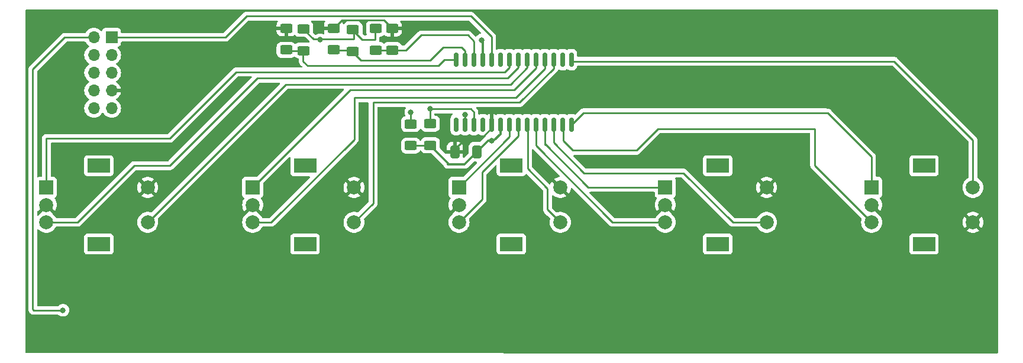
<source format=gbl>
%TF.GenerationSoftware,KiCad,Pcbnew,7.0.7*%
%TF.CreationDate,2024-03-19T10:01:58+01:00*%
%TF.ProjectId,Poly_UA_controller_5enc_5sw,506f6c79-5f55-4415-9f63-6f6e74726f6c,rev?*%
%TF.SameCoordinates,Original*%
%TF.FileFunction,Copper,L2,Bot*%
%TF.FilePolarity,Positive*%
%FSLAX46Y46*%
G04 Gerber Fmt 4.6, Leading zero omitted, Abs format (unit mm)*
G04 Created by KiCad (PCBNEW 7.0.7) date 2024-03-19 10:01:58*
%MOMM*%
%LPD*%
G01*
G04 APERTURE LIST*
G04 Aperture macros list*
%AMRoundRect*
0 Rectangle with rounded corners*
0 $1 Rounding radius*
0 $2 $3 $4 $5 $6 $7 $8 $9 X,Y pos of 4 corners*
0 Add a 4 corners polygon primitive as box body*
4,1,4,$2,$3,$4,$5,$6,$7,$8,$9,$2,$3,0*
0 Add four circle primitives for the rounded corners*
1,1,$1+$1,$2,$3*
1,1,$1+$1,$4,$5*
1,1,$1+$1,$6,$7*
1,1,$1+$1,$8,$9*
0 Add four rect primitives between the rounded corners*
20,1,$1+$1,$2,$3,$4,$5,0*
20,1,$1+$1,$4,$5,$6,$7,0*
20,1,$1+$1,$6,$7,$8,$9,0*
20,1,$1+$1,$8,$9,$2,$3,0*%
G04 Aperture macros list end*
%TA.AperFunction,SMDPad,CuDef*%
%ADD10RoundRect,0.250000X-0.625000X0.400000X-0.625000X-0.400000X0.625000X-0.400000X0.625000X0.400000X0*%
%TD*%
%TA.AperFunction,SMDPad,CuDef*%
%ADD11RoundRect,0.250000X0.625000X-0.400000X0.625000X0.400000X-0.625000X0.400000X-0.625000X-0.400000X0*%
%TD*%
%TA.AperFunction,ComponentPad*%
%ADD12R,1.700000X1.700000*%
%TD*%
%TA.AperFunction,ComponentPad*%
%ADD13O,1.700000X1.700000*%
%TD*%
%TA.AperFunction,ComponentPad*%
%ADD14R,2.000000X2.000000*%
%TD*%
%TA.AperFunction,ComponentPad*%
%ADD15C,2.000000*%
%TD*%
%TA.AperFunction,ComponentPad*%
%ADD16R,3.200000X2.000000*%
%TD*%
%TA.AperFunction,SMDPad,CuDef*%
%ADD17RoundRect,0.150000X0.150000X-0.875000X0.150000X0.875000X-0.150000X0.875000X-0.150000X-0.875000X0*%
%TD*%
%TA.AperFunction,SMDPad,CuDef*%
%ADD18RoundRect,0.250000X-0.412500X-0.650000X0.412500X-0.650000X0.412500X0.650000X-0.412500X0.650000X0*%
%TD*%
%TA.AperFunction,ViaPad*%
%ADD19C,0.800000*%
%TD*%
%TA.AperFunction,Conductor*%
%ADD20C,0.250000*%
%TD*%
%TA.AperFunction,Conductor*%
%ADD21C,0.350000*%
%TD*%
G04 APERTURE END LIST*
D10*
%TO.P,R5,1*%
%TO.N,VCC*%
X164171200Y-17653000D03*
%TO.P,R5,2*%
%TO.N,Net-(U1-A2)*%
X164171200Y-20753000D03*
%TD*%
D11*
%TO.P,R8,1*%
%TO.N,Net-(U1-A0)*%
X151369600Y-20702200D03*
%TO.P,R8,2*%
%TO.N,GND*%
X151369600Y-17602200D03*
%TD*%
%TO.P,R7,2*%
%TO.N,GND*%
X166558800Y-17627600D03*
%TO.P,R7,1*%
%TO.N,Net-(U1-A2)*%
X166558800Y-20727600D03*
%TD*%
D10*
%TO.P,R6,1*%
%TO.N,VCC*%
X153858800Y-17703800D03*
%TO.P,R6,2*%
%TO.N,Net-(U1-A0)*%
X153858800Y-20803800D03*
%TD*%
D11*
%TO.P,R4,1*%
%TO.N,Net-(U1-A1)*%
X158151400Y-20702200D03*
%TO.P,R4,2*%
%TO.N,GND*%
X158151400Y-17602200D03*
%TD*%
D10*
%TO.P,R3,1*%
%TO.N,VCC*%
X160920000Y-17805400D03*
%TO.P,R3,2*%
%TO.N,Net-(U1-A1)*%
X160920000Y-20905400D03*
%TD*%
D12*
%TO.P,J8_POLY1,1,Pin_1*%
%TO.N,MCP23017_IRQ*%
X126381000Y-18902600D03*
D13*
%TO.P,J8_POLY1,2,Pin_2*%
%TO.N,LED_DATA_IN*%
X123841000Y-18902600D03*
%TO.P,J8_POLY1,3,Pin_3*%
%TO.N,unconnected-(J8_POLY1-Pin_3-Pad3)*%
X126381000Y-21442600D03*
%TO.P,J8_POLY1,4,Pin_4*%
%TO.N,unconnected-(J8_POLY1-Pin_4-Pad4)*%
X123841000Y-21442600D03*
%TO.P,J8_POLY1,5,Pin_5*%
%TO.N,unconnected-(J8_POLY1-Pin_5-Pad5)*%
X126381000Y-23982600D03*
%TO.P,J8_POLY1,6,Pin_6*%
%TO.N,VCC*%
X123841000Y-23982600D03*
%TO.P,J8_POLY1,7,Pin_7*%
%TO.N,GND*%
X126381000Y-26522600D03*
%TO.P,J8_POLY1,8,Pin_8*%
%TO.N,LED_POWER*%
X123841000Y-26522600D03*
%TO.P,J8_POLY1,9,Pin_9*%
%TO.N,SCK*%
X126381000Y-29062600D03*
%TO.P,J8_POLY1,10,Pin_10*%
%TO.N,SDA*%
X123841000Y-29062600D03*
%TD*%
D14*
%TO.P,SW3,A,A*%
%TO.N,R3_A*%
X176097900Y-40400600D03*
D15*
%TO.P,SW3,B,B*%
%TO.N,R3_B*%
X176097900Y-45400600D03*
%TO.P,SW3,C,C*%
%TO.N,GND*%
X176097900Y-42900600D03*
D16*
%TO.P,SW3,MP*%
%TO.N,N/C*%
X183597900Y-37300600D03*
X183597900Y-48500600D03*
D15*
%TO.P,SW3,S1,S1*%
%TO.N,SW_3*%
X190597900Y-45400600D03*
%TO.P,SW3,S2,S2*%
%TO.N,GND*%
X190597900Y-40400600D03*
%TD*%
D14*
%TO.P,SW2,A,A*%
%TO.N,R2_A*%
X146576750Y-40400600D03*
D15*
%TO.P,SW2,B,B*%
%TO.N,R2_B*%
X146576750Y-45400600D03*
%TO.P,SW2,C,C*%
%TO.N,GND*%
X146576750Y-42900600D03*
D16*
%TO.P,SW2,MP*%
%TO.N,N/C*%
X154076750Y-37300600D03*
X154076750Y-48500600D03*
D15*
%TO.P,SW2,S1,S1*%
%TO.N,SW_2*%
X161076750Y-45400600D03*
%TO.P,SW2,S2,S2*%
%TO.N,GND*%
X161076750Y-40400600D03*
%TD*%
D14*
%TO.P,SW5,A,A*%
%TO.N,R5_A*%
X235140200Y-40400600D03*
D15*
%TO.P,SW5,B,B*%
%TO.N,R5_B*%
X235140200Y-45400600D03*
%TO.P,SW5,C,C*%
%TO.N,GND*%
X235140200Y-42900600D03*
D16*
%TO.P,SW5,MP*%
%TO.N,N/C*%
X242640200Y-37300600D03*
X242640200Y-48500600D03*
D15*
%TO.P,SW5,S1,S1*%
%TO.N,GND*%
X249640200Y-45400600D03*
%TO.P,SW5,S2,S2*%
%TO.N,SW_5*%
X249640200Y-40400600D03*
%TD*%
D14*
%TO.P,SW1,A,A*%
%TO.N,R1_A*%
X117055600Y-40400600D03*
D15*
%TO.P,SW1,B,B*%
%TO.N,R1_B*%
X117055600Y-45400600D03*
%TO.P,SW1,C,C*%
%TO.N,GND*%
X117055600Y-42900600D03*
D16*
%TO.P,SW1,MP*%
%TO.N,N/C*%
X124555600Y-37300600D03*
X124555600Y-48500600D03*
D15*
%TO.P,SW1,S1,S1*%
%TO.N,SW_1*%
X131555600Y-45400600D03*
%TO.P,SW1,S2,S2*%
%TO.N,GND*%
X131555600Y-40400600D03*
%TD*%
D14*
%TO.P,SW4,A,A*%
%TO.N,R4_A*%
X205619050Y-40400600D03*
D15*
%TO.P,SW4,B,B*%
%TO.N,R4_B*%
X205619050Y-45400600D03*
%TO.P,SW4,C,C*%
%TO.N,GND*%
X205619050Y-42900600D03*
D16*
%TO.P,SW4,MP*%
%TO.N,N/C*%
X213119050Y-37300600D03*
X213119050Y-48500600D03*
D15*
%TO.P,SW4,S1,S1*%
%TO.N,SW_4*%
X220119050Y-45400600D03*
%TO.P,SW4,S2,S2*%
%TO.N,GND*%
X220119050Y-40400600D03*
%TD*%
D17*
%TO.P,U1,28,GPA7*%
%TO.N,SW_5*%
X192201800Y-22096200D03*
%TO.P,U1,27,GPA6*%
%TO.N,unconnected-(U1-GPA6-Pad27)*%
X190931800Y-22096200D03*
%TO.P,U1,26,GPA5*%
%TO.N,SW_2*%
X189661800Y-22096200D03*
%TO.P,U1,25,GPA4*%
%TO.N,R2_B*%
X188391800Y-22096200D03*
%TO.P,U1,24,GPA3*%
%TO.N,R2_A*%
X187121800Y-22096200D03*
%TO.P,U1,23,GPA2*%
%TO.N,SW_1*%
X185851800Y-22096200D03*
%TO.P,U1,22,GPA1*%
%TO.N,R1_B*%
X184581800Y-22096200D03*
%TO.P,U1,21,GPA0*%
%TO.N,R1_A*%
X183311800Y-22096200D03*
%TO.P,U1,20,INTA*%
%TO.N,unconnected-(U1-INTA-Pad20)*%
X182041800Y-22096200D03*
%TO.P,U1,19,INTB*%
%TO.N,MCP23017_IRQ*%
X180771800Y-22096200D03*
%TO.P,U1,18,~{RESET}*%
%TO.N,VCC*%
X179501800Y-22096200D03*
%TO.P,U1,17,A2*%
%TO.N,Net-(U1-A2)*%
X178231800Y-22096200D03*
%TO.P,U1,16,A1*%
%TO.N,Net-(U1-A1)*%
X176961800Y-22096200D03*
%TO.P,U1,15,A0*%
%TO.N,Net-(U1-A0)*%
X175691800Y-22096200D03*
%TO.P,U1,14,NC*%
%TO.N,unconnected-(U1-NC-Pad14)*%
X175691800Y-31396200D03*
%TO.P,U1,13,SDA*%
%TO.N,SDA*%
X176961800Y-31396200D03*
%TO.P,U1,12,SCK*%
%TO.N,SCK*%
X178231800Y-31396200D03*
%TO.P,U1,11,NC*%
%TO.N,unconnected-(U1-NC-Pad11)*%
X179501800Y-31396200D03*
%TO.P,U1,10,VSS*%
%TO.N,GND*%
X180771800Y-31396200D03*
%TO.P,U1,9,VDD*%
%TO.N,VCC*%
X182041800Y-31396200D03*
%TO.P,U1,8,GPB7*%
%TO.N,R3_A*%
X183311800Y-31396200D03*
%TO.P,U1,7,GPB6*%
%TO.N,R3_B*%
X184581800Y-31396200D03*
%TO.P,U1,6,GPB5*%
%TO.N,SW_3*%
X185851800Y-31396200D03*
%TO.P,U1,5,GPB4*%
%TO.N,R4_B*%
X187121800Y-31396200D03*
%TO.P,U1,4,GPB3*%
%TO.N,R4_A*%
X188391800Y-31396200D03*
%TO.P,U1,3,GPB2*%
%TO.N,SW_4*%
X189661800Y-31396200D03*
%TO.P,U1,2,GPB1*%
%TO.N,R5_B*%
X190931800Y-31396200D03*
%TO.P,U1,1,GPB0*%
%TO.N,R5_A*%
X192201800Y-31396200D03*
%TD*%
D18*
%TO.P,C3,1*%
%TO.N,GND*%
X175498800Y-35306000D03*
%TO.P,C3,2*%
%TO.N,VCC*%
X178623800Y-35306000D03*
%TD*%
D11*
%TO.P,R1,1*%
%TO.N,VCC*%
X169200400Y-34418200D03*
%TO.P,R1,2*%
%TO.N,SDA*%
X169200400Y-31318200D03*
%TD*%
D10*
%TO.P,R2,1*%
%TO.N,SCK*%
X171994400Y-31267400D03*
%TO.P,R2,2*%
%TO.N,VCC*%
X171994400Y-34367400D03*
%TD*%
D19*
%TO.N,GND*%
X143673400Y-26416000D03*
X147889800Y-26670000D03*
X153757200Y-27355800D03*
X217460400Y-17475200D03*
X230744600Y-26162000D03*
X203084000Y-36753800D03*
X200544000Y-43586400D03*
X194981400Y-49936400D03*
X134707200Y-35077400D03*
X140320600Y-34086800D03*
X140041200Y-47447200D03*
X118298800Y-27127200D03*
X117155800Y-17805400D03*
X139177600Y-17373600D03*
X168895600Y-17272000D03*
X148397800Y-18567400D03*
%TO.N,LED_DATA_IN*%
X119416400Y-57988200D03*
%TO.N,VCC*%
X179335000Y-19278600D03*
X156221000Y-19253200D03*
X180797200Y-33680400D03*
%TO.N,SDA*%
X176961800Y-29946600D03*
X169200400Y-29616400D03*
%TO.N,SCK*%
X171958000Y-29159200D03*
%TD*%
D20*
%TO.N,GND*%
X159319800Y-16433800D02*
X165365000Y-16433800D01*
X165365000Y-16433800D02*
X166558800Y-17627600D01*
X158151400Y-17602200D02*
X159319800Y-16433800D01*
%TO.N,SDA*%
X176961800Y-29946600D02*
X176961800Y-31396200D01*
%TO.N,MCP23017_IRQ*%
X177785600Y-15875000D02*
X145705400Y-15875000D01*
X142677800Y-18902600D02*
X126381000Y-18902600D01*
X180757400Y-18846800D02*
X177785600Y-15875000D01*
X180757400Y-19126200D02*
X180757400Y-18846800D01*
X145705400Y-15875000D02*
X142677800Y-18902600D01*
X180757400Y-19126200D02*
X180757400Y-18897600D01*
X180757400Y-21655049D02*
X180757400Y-19126200D01*
%TO.N,LED_DATA_IN*%
X115250800Y-58013600D02*
X119365600Y-58013600D01*
X115098400Y-57861200D02*
X115250800Y-58013600D01*
X115098400Y-23495000D02*
X115098400Y-57861200D01*
X119690800Y-18902600D02*
X115098400Y-23495000D01*
X123841000Y-18902600D02*
X119690800Y-18902600D01*
%TO.N,R1_A*%
X117055600Y-33375600D02*
X117055600Y-40400600D01*
X134707200Y-33375600D02*
X117055600Y-33375600D01*
X144225000Y-23857800D02*
X134707200Y-33375600D01*
X182669600Y-23857800D02*
X144225000Y-23857800D01*
%TO.N,R5_A*%
X228865000Y-29743400D02*
X235140200Y-36018600D01*
X235140200Y-36018600D02*
X235140200Y-40400600D01*
X228636400Y-29743400D02*
X228865000Y-29743400D01*
X228611000Y-29718000D02*
X228636400Y-29743400D01*
X193880000Y-29718000D02*
X228611000Y-29718000D01*
X192201800Y-31396200D02*
X193880000Y-29718000D01*
%TO.N,SW_5*%
X192432200Y-22326600D02*
X192201800Y-22096200D01*
X238364600Y-22326600D02*
X192432200Y-22326600D01*
X249640200Y-33602200D02*
X238364600Y-22326600D01*
X249640200Y-40400600D02*
X249640200Y-33602200D01*
%TO.N,R4_B*%
X198091000Y-45400600D02*
X205619050Y-45400600D01*
X187121800Y-34431400D02*
X198091000Y-45400600D01*
X187121800Y-34391600D02*
X187121800Y-34431400D01*
X187121800Y-31396200D02*
X187121800Y-34391600D01*
%TO.N,R4_A*%
X188391800Y-34177400D02*
X194615000Y-40400600D01*
X188391800Y-33959800D02*
X188391800Y-34177400D01*
X188391800Y-33959800D02*
X188391800Y-34315400D01*
X188391800Y-31396200D02*
X188391800Y-33959800D01*
X194615000Y-40400600D02*
X205619050Y-40400600D01*
%TO.N,SW_4*%
X208214800Y-38328600D02*
X215286800Y-45400600D01*
X215286800Y-45400600D02*
X220119050Y-45400600D01*
X189661800Y-33985200D02*
X194005200Y-38328600D01*
X194005200Y-38328600D02*
X208214800Y-38328600D01*
X189661800Y-31396200D02*
X189661800Y-33985200D01*
%TO.N,R5_B*%
X226985400Y-37245800D02*
X235140200Y-45400600D01*
X204608000Y-31978600D02*
X226985400Y-31978600D01*
X192379600Y-35102800D02*
X201483800Y-35102800D01*
X190982600Y-33705800D02*
X192379600Y-35102800D01*
X190982600Y-31873751D02*
X190982600Y-33705800D01*
X201483800Y-35102800D02*
X204608000Y-31978600D01*
X190931800Y-31396200D02*
X190931800Y-31822951D01*
X190931800Y-31822951D02*
X190982600Y-31873751D01*
X226985400Y-31978600D02*
X226985400Y-37245800D01*
%TO.N,R1_B*%
X121488400Y-45400600D02*
X117055600Y-45400600D01*
X129601800Y-37287200D02*
X121488400Y-45400600D01*
X134732600Y-37287200D02*
X129601800Y-37287200D01*
X183037900Y-24759500D02*
X147260300Y-24759500D01*
X184581800Y-23215600D02*
X183037900Y-24759500D01*
X147260300Y-24759500D02*
X134732600Y-37287200D01*
%TO.N,R1_A*%
X183311800Y-23215600D02*
X182669600Y-23857800D01*
%TO.N,SW_1*%
X151327600Y-25628600D02*
X131555600Y-45400600D01*
X183464200Y-25628600D02*
X151327600Y-25628600D01*
X185851800Y-23241000D02*
X183464200Y-25628600D01*
X185851800Y-22096200D02*
X185851800Y-23241000D01*
%TO.N,GND*%
X179055600Y-33604200D02*
X180771800Y-31888000D01*
X175498800Y-35306000D02*
X175498800Y-34900400D01*
X180771800Y-31888000D02*
X180771800Y-31396200D01*
X176795000Y-33604200D02*
X179055600Y-33604200D01*
X175498800Y-34900400D02*
X176795000Y-33604200D01*
D21*
%TO.N,VCC*%
X181152800Y-33629600D02*
X182041800Y-32740600D01*
X174534400Y-36907400D02*
X171994400Y-34367400D01*
D20*
X171994400Y-34367400D02*
X169251200Y-34367400D01*
D21*
X176871200Y-37058600D02*
X174534400Y-37058600D01*
D20*
X161047000Y-19151600D02*
X161047000Y-18034000D01*
X164095000Y-19227800D02*
X164095000Y-17653000D01*
X155254600Y-19151600D02*
X161047000Y-19151600D01*
D21*
X180848000Y-33629600D02*
X181152800Y-33629600D01*
X179487400Y-19431000D02*
X179487400Y-22081800D01*
X180746400Y-33629600D02*
X180797200Y-33680400D01*
D20*
X164095000Y-17653000D02*
X164145800Y-17602200D01*
D21*
X180797200Y-33680400D02*
X180249400Y-33680400D01*
D20*
X169251200Y-34367400D02*
X169200400Y-34418200D01*
D21*
X178623800Y-35306000D02*
X176871200Y-37058600D01*
D20*
X162240800Y-19227800D02*
X164095000Y-19227800D01*
X160666000Y-17653000D02*
X162240800Y-19227800D01*
D21*
X179487400Y-22081800D02*
X179501800Y-22096200D01*
X174534400Y-37058600D02*
X174534400Y-36907400D01*
X180797200Y-33680400D02*
X180848000Y-33629600D01*
D20*
X161047000Y-18034000D02*
X160666000Y-17653000D01*
D21*
X179335000Y-19278600D02*
X179487400Y-19431000D01*
X182041800Y-32740600D02*
X182041800Y-31396200D01*
X180249400Y-33680400D02*
X178623800Y-35306000D01*
D20*
X153808000Y-17705000D02*
X155254600Y-19151600D01*
%TO.N,MCP23017_IRQ*%
X180771800Y-21669449D02*
X180757400Y-21655049D01*
X180771800Y-21463000D02*
X180797200Y-21437600D01*
X180771800Y-22096200D02*
X180771800Y-21669449D01*
%TO.N,SDA*%
X176834800Y-31269200D02*
X176961800Y-31396200D01*
X169200400Y-29616400D02*
X169200400Y-31318200D01*
%TO.N,SCK*%
X177774600Y-29159200D02*
X178231800Y-29616400D01*
X171958000Y-29159200D02*
X177571400Y-29159200D01*
X177571400Y-29159200D02*
X177774600Y-29159200D01*
X178231800Y-29616400D02*
X178231800Y-31396200D01*
X171958000Y-29159200D02*
X171958000Y-31231000D01*
X171958000Y-31231000D02*
X171994400Y-31267400D01*
%TO.N,Net-(U1-A1)*%
X173823200Y-20345400D02*
X176490200Y-20345400D01*
X162087200Y-22174200D02*
X171994400Y-22174200D01*
X176490200Y-20345400D02*
X176961800Y-20817000D01*
X171994400Y-22174200D02*
X173823200Y-20345400D01*
X160539000Y-20880000D02*
X160666000Y-20753000D01*
X160666000Y-20753000D02*
X162087200Y-22174200D01*
X176961800Y-20817000D02*
X176961800Y-22096200D01*
X160666000Y-20753000D02*
X158176800Y-20753000D01*
%TO.N,Net-(U1-A2)*%
X178231800Y-19470800D02*
X177353800Y-18592800D01*
X178231800Y-22096200D02*
X178231800Y-19470800D01*
X168538800Y-20727600D02*
X166533400Y-20727600D01*
X164171200Y-20727600D02*
X164145800Y-20702200D01*
X166979600Y-21173800D02*
X166533400Y-20727600D01*
X166533400Y-20727600D02*
X164171200Y-20727600D01*
X177353800Y-18592800D02*
X170673600Y-18592800D01*
X170673600Y-18592800D02*
X168538800Y-20727600D01*
%TO.N,Net-(U1-A0)*%
X173188200Y-22936200D02*
X154417600Y-22936200D01*
X153833400Y-20830400D02*
X153808000Y-20805000D01*
X151472400Y-20805000D02*
X151471200Y-20803800D01*
X174028200Y-22096200D02*
X173188200Y-22936200D01*
X153808000Y-20805000D02*
X153808000Y-22326600D01*
X153808000Y-22326600D02*
X154417600Y-22936200D01*
X153808000Y-20805000D02*
X151472400Y-20805000D01*
X175691800Y-22096200D02*
X174028200Y-22096200D01*
%TO.N,R1_A*%
X183311800Y-22096200D02*
X183311800Y-23215600D01*
%TO.N,R1_B*%
X184581800Y-22096200D02*
X184581800Y-23215600D01*
%TO.N,R2_A*%
X187121800Y-23317200D02*
X183972200Y-26466800D01*
X183972200Y-26466800D02*
X160510550Y-26466800D01*
X160510550Y-26466800D02*
X146576750Y-40400600D01*
X187121800Y-22096200D02*
X187121800Y-23317200D01*
%TO.N,R2_B*%
X161112200Y-33515150D02*
X149226750Y-45400600D01*
X188391800Y-23393400D02*
X184226200Y-27559000D01*
X188391800Y-22096200D02*
X188391800Y-23393400D01*
X161112200Y-27559000D02*
X161112200Y-33515150D01*
X149226750Y-45400600D02*
X146576750Y-45400600D01*
X184226200Y-27559000D02*
X161112200Y-27559000D01*
%TO.N,R3_A*%
X176097900Y-40360900D02*
X176097900Y-40400600D01*
X183311800Y-31396200D02*
X183311800Y-33147000D01*
X183311800Y-33147000D02*
X176097900Y-40360900D01*
%TO.N,R3_B*%
X184581800Y-33066700D02*
X179425600Y-38222900D01*
X179425600Y-42072900D02*
X176097900Y-45400600D01*
X179425600Y-38222900D02*
X179425600Y-42072900D01*
X184581800Y-31396200D02*
X184581800Y-33066700D01*
%TO.N,SW_2*%
X184785000Y-28244800D02*
X163804600Y-28244800D01*
X189661800Y-22096200D02*
X189661800Y-23368000D01*
X189661800Y-23368000D02*
X184785000Y-28244800D01*
X163804600Y-42672750D02*
X161076750Y-45400600D01*
X163804600Y-28244800D02*
X163804600Y-42672750D01*
%TO.N,SW_3*%
X185902600Y-31447000D02*
X185902600Y-37693600D01*
X185851800Y-31396200D02*
X185902600Y-31447000D01*
X188772800Y-40563800D02*
X188772800Y-43575500D01*
X188772800Y-43575500D02*
X190597900Y-45400600D01*
X185902600Y-37693600D02*
X188772800Y-40563800D01*
%TD*%
%TA.AperFunction,Conductor*%
%TO.N,GND*%
G36*
X146419586Y-24502985D02*
G01*
X146465341Y-24555789D01*
X146475285Y-24624947D01*
X146446260Y-24688503D01*
X146440228Y-24694981D01*
X134509828Y-36625381D01*
X134448505Y-36658866D01*
X134422147Y-36661700D01*
X129684537Y-36661700D01*
X129668920Y-36659976D01*
X129668893Y-36660262D01*
X129661131Y-36659527D01*
X129592003Y-36661700D01*
X129562450Y-36661700D01*
X129561729Y-36661790D01*
X129555557Y-36662569D01*
X129549745Y-36663026D01*
X129503178Y-36664490D01*
X129503167Y-36664492D01*
X129483934Y-36670079D01*
X129464894Y-36674022D01*
X129445017Y-36676534D01*
X129445010Y-36676535D01*
X129445008Y-36676536D01*
X129445006Y-36676536D01*
X129445005Y-36676537D01*
X129401668Y-36693694D01*
X129396142Y-36695586D01*
X129351411Y-36708582D01*
X129351408Y-36708583D01*
X129334163Y-36718781D01*
X129316701Y-36727335D01*
X129298072Y-36734711D01*
X129298067Y-36734713D01*
X129260364Y-36762106D01*
X129255482Y-36765312D01*
X129215380Y-36789028D01*
X129201208Y-36803200D01*
X129186423Y-36815828D01*
X129170212Y-36827607D01*
X129140509Y-36863510D01*
X129136577Y-36867831D01*
X121265628Y-44738781D01*
X121204305Y-44772266D01*
X121177947Y-44775100D01*
X118500750Y-44775100D01*
X118433711Y-44755415D01*
X118387956Y-44702611D01*
X118387195Y-44700911D01*
X118379775Y-44683996D01*
X118243766Y-44475817D01*
X118223460Y-44453759D01*
X118075344Y-44292862D01*
X117974223Y-44214156D01*
X117933410Y-44157446D01*
X117929297Y-44127849D01*
X117314716Y-43513269D01*
X117281231Y-43451946D01*
X117286215Y-43382255D01*
X117323240Y-43332793D01*
X117321998Y-43331359D01*
X117328700Y-43325552D01*
X117437361Y-43231398D01*
X117472554Y-43176637D01*
X117525355Y-43130883D01*
X117594514Y-43120939D01*
X117658070Y-43149963D01*
X117664549Y-43155996D01*
X118279034Y-43770482D01*
X118379331Y-43616969D01*
X118479187Y-43389317D01*
X118540212Y-43148338D01*
X118540214Y-43148329D01*
X118560741Y-42900605D01*
X118560741Y-42900594D01*
X118540214Y-42652870D01*
X118540212Y-42652861D01*
X118479187Y-42411882D01*
X118379332Y-42184232D01*
X118267115Y-42012470D01*
X118246928Y-41945581D01*
X118266108Y-41878395D01*
X118296613Y-41845382D01*
X118297929Y-41844396D01*
X118297931Y-41844396D01*
X118413146Y-41758146D01*
X118499396Y-41642931D01*
X118549691Y-41508083D01*
X118556100Y-41448473D01*
X118556099Y-39352728D01*
X118549691Y-39293117D01*
X118506378Y-39176990D01*
X118499397Y-39158271D01*
X118499393Y-39158264D01*
X118413147Y-39043055D01*
X118413144Y-39043052D01*
X118297935Y-38956806D01*
X118297928Y-38956802D01*
X118163082Y-38906508D01*
X118163083Y-38906508D01*
X118103483Y-38900101D01*
X118103481Y-38900100D01*
X118103473Y-38900100D01*
X118103465Y-38900100D01*
X117805100Y-38900100D01*
X117738061Y-38880415D01*
X117692306Y-38827611D01*
X117681100Y-38776100D01*
X117681100Y-38348470D01*
X122455100Y-38348470D01*
X122455101Y-38348476D01*
X122461508Y-38408083D01*
X122511802Y-38542928D01*
X122511806Y-38542935D01*
X122598052Y-38658144D01*
X122598055Y-38658147D01*
X122713264Y-38744393D01*
X122713271Y-38744397D01*
X122848117Y-38794691D01*
X122848116Y-38794691D01*
X122855044Y-38795435D01*
X122907727Y-38801100D01*
X126203472Y-38801099D01*
X126263083Y-38794691D01*
X126397931Y-38744396D01*
X126513146Y-38658146D01*
X126599396Y-38542931D01*
X126649691Y-38408083D01*
X126656100Y-38348473D01*
X126656099Y-36252728D01*
X126649691Y-36193117D01*
X126616224Y-36103388D01*
X126599397Y-36058271D01*
X126599393Y-36058264D01*
X126513147Y-35943055D01*
X126513144Y-35943052D01*
X126397935Y-35856806D01*
X126397928Y-35856802D01*
X126263082Y-35806508D01*
X126263083Y-35806508D01*
X126203483Y-35800101D01*
X126203481Y-35800100D01*
X126203473Y-35800100D01*
X126203464Y-35800100D01*
X122907729Y-35800100D01*
X122907723Y-35800101D01*
X122848116Y-35806508D01*
X122713271Y-35856802D01*
X122713264Y-35856806D01*
X122598055Y-35943052D01*
X122598052Y-35943055D01*
X122511806Y-36058264D01*
X122511802Y-36058271D01*
X122461508Y-36193117D01*
X122456321Y-36241370D01*
X122455101Y-36252723D01*
X122455100Y-36252735D01*
X122455100Y-38348470D01*
X117681100Y-38348470D01*
X117681100Y-34125100D01*
X117700785Y-34058061D01*
X117753589Y-34012306D01*
X117805100Y-34001100D01*
X134624457Y-34001100D01*
X134640077Y-34002824D01*
X134640104Y-34002539D01*
X134647860Y-34003271D01*
X134647867Y-34003273D01*
X134717014Y-34001100D01*
X134746550Y-34001100D01*
X134753428Y-34000230D01*
X134759241Y-33999772D01*
X134805827Y-33998309D01*
X134825069Y-33992717D01*
X134844112Y-33988774D01*
X134863992Y-33986264D01*
X134907322Y-33969107D01*
X134912846Y-33967217D01*
X134916596Y-33966127D01*
X134957590Y-33954218D01*
X134974829Y-33944022D01*
X134992303Y-33935462D01*
X135010927Y-33928088D01*
X135010927Y-33928087D01*
X135010932Y-33928086D01*
X135048649Y-33900682D01*
X135053505Y-33897492D01*
X135093620Y-33873770D01*
X135107789Y-33859599D01*
X135122579Y-33846968D01*
X135138787Y-33835194D01*
X135168499Y-33799276D01*
X135172412Y-33794976D01*
X144447771Y-24519619D01*
X144509095Y-24486134D01*
X144535453Y-24483300D01*
X146352547Y-24483300D01*
X146419586Y-24502985D01*
G37*
%TD.AperFunction*%
%TA.AperFunction,Conductor*%
G36*
X151902936Y-36061516D02*
G01*
X151958869Y-36103388D01*
X151983286Y-36168852D01*
X151982892Y-36190952D01*
X151982659Y-36193116D01*
X151982659Y-36193117D01*
X151976250Y-36252727D01*
X151976250Y-36252728D01*
X151976250Y-36252732D01*
X151976250Y-38348470D01*
X151976251Y-38348476D01*
X151982658Y-38408083D01*
X152032952Y-38542928D01*
X152032956Y-38542935D01*
X152119202Y-38658144D01*
X152119205Y-38658147D01*
X152234414Y-38744393D01*
X152234421Y-38744397D01*
X152369267Y-38794691D01*
X152369266Y-38794691D01*
X152376194Y-38795435D01*
X152428877Y-38801100D01*
X154642297Y-38801099D01*
X154709336Y-38820784D01*
X154755091Y-38873587D01*
X154765035Y-38942746D01*
X154736010Y-39006302D01*
X154729978Y-39012780D01*
X149003978Y-44738781D01*
X148942655Y-44772266D01*
X148916297Y-44775100D01*
X148021900Y-44775100D01*
X147954861Y-44755415D01*
X147909106Y-44702611D01*
X147908345Y-44700911D01*
X147900925Y-44683996D01*
X147764916Y-44475817D01*
X147744610Y-44453759D01*
X147596494Y-44292862D01*
X147495373Y-44214156D01*
X147454560Y-44157446D01*
X147450447Y-44127849D01*
X146835866Y-43513269D01*
X146802381Y-43451946D01*
X146807365Y-43382255D01*
X146844390Y-43332793D01*
X146843148Y-43331359D01*
X146849850Y-43325552D01*
X146958511Y-43231398D01*
X146993704Y-43176637D01*
X147046505Y-43130883D01*
X147115664Y-43120939D01*
X147179220Y-43149963D01*
X147185699Y-43155996D01*
X147800184Y-43770482D01*
X147900481Y-43616969D01*
X148000337Y-43389317D01*
X148061362Y-43148338D01*
X148061364Y-43148329D01*
X148081891Y-42900605D01*
X148081891Y-42900594D01*
X148061364Y-42652870D01*
X148061362Y-42652861D01*
X148000337Y-42411882D01*
X147900482Y-42184232D01*
X147788265Y-42012470D01*
X147768078Y-41945581D01*
X147787258Y-41878395D01*
X147817763Y-41845382D01*
X147819079Y-41844396D01*
X147819081Y-41844396D01*
X147934296Y-41758146D01*
X148020546Y-41642931D01*
X148070841Y-41508083D01*
X148077250Y-41448473D01*
X148077249Y-39836050D01*
X148096934Y-39769012D01*
X148113563Y-39748375D01*
X151771923Y-36090015D01*
X151833244Y-36056532D01*
X151902936Y-36061516D01*
G37*
%TD.AperFunction*%
%TA.AperFunction,Conductor*%
G36*
X204061590Y-41045785D02*
G01*
X204107345Y-41098589D01*
X204118551Y-41150100D01*
X204118551Y-41448476D01*
X204124958Y-41508083D01*
X204175252Y-41642928D01*
X204175256Y-41642935D01*
X204261502Y-41758144D01*
X204261505Y-41758147D01*
X204378036Y-41845383D01*
X204419907Y-41901317D01*
X204424891Y-41971008D01*
X204407534Y-42012470D01*
X204295317Y-42184231D01*
X204195462Y-42411882D01*
X204134437Y-42652861D01*
X204134435Y-42652870D01*
X204113909Y-42900594D01*
X204113909Y-42900605D01*
X204134435Y-43148329D01*
X204134437Y-43148338D01*
X204195462Y-43389317D01*
X204295316Y-43616964D01*
X204395614Y-43770482D01*
X205010100Y-43155995D01*
X205071423Y-43122510D01*
X205141114Y-43127494D01*
X205197048Y-43169365D01*
X205202089Y-43176625D01*
X205237289Y-43231398D01*
X205335398Y-43316409D01*
X205352652Y-43331359D01*
X205350343Y-43334022D01*
X205385056Y-43374099D01*
X205394985Y-43443260D01*
X205365948Y-43506810D01*
X205359932Y-43513269D01*
X204743150Y-44130050D01*
X204732532Y-44176748D01*
X204700426Y-44214156D01*
X204599305Y-44292862D01*
X204430883Y-44475817D01*
X204294874Y-44683996D01*
X204287455Y-44700911D01*
X204242499Y-44754397D01*
X204175763Y-44775086D01*
X204173900Y-44775100D01*
X198401453Y-44775100D01*
X198334414Y-44755415D01*
X198313772Y-44738781D01*
X194812772Y-41237781D01*
X194779287Y-41176458D01*
X194784271Y-41106766D01*
X194826143Y-41050833D01*
X194891607Y-41026416D01*
X194900453Y-41026100D01*
X203994551Y-41026100D01*
X204061590Y-41045785D01*
G37*
%TD.AperFunction*%
%TA.AperFunction,Conductor*%
G36*
X116577664Y-43127494D02*
G01*
X116633598Y-43169365D01*
X116638639Y-43176625D01*
X116673839Y-43231398D01*
X116771948Y-43316409D01*
X116789202Y-43331359D01*
X116786893Y-43334022D01*
X116821606Y-43374099D01*
X116831535Y-43443260D01*
X116802498Y-43506810D01*
X116796482Y-43513269D01*
X116179700Y-44130050D01*
X116169082Y-44176748D01*
X116136976Y-44214156D01*
X116035855Y-44292862D01*
X115939130Y-44397935D01*
X115879243Y-44433925D01*
X115809405Y-44431825D01*
X115751788Y-44392301D01*
X115724687Y-44327902D01*
X115723900Y-44313952D01*
X115723900Y-43896779D01*
X115743585Y-43829740D01*
X115796389Y-43783985D01*
X115823030Y-43779616D01*
X116446650Y-43155995D01*
X116507973Y-43122510D01*
X116577664Y-43127494D01*
G37*
%TD.AperFunction*%
%TA.AperFunction,Conductor*%
G36*
X186733303Y-34927938D02*
G01*
X186739766Y-34933956D01*
X188621638Y-36815828D01*
X190502777Y-38696967D01*
X190536262Y-38758290D01*
X190531278Y-38827982D01*
X190489406Y-38883915D01*
X190435506Y-38906957D01*
X190228406Y-38941516D01*
X189993296Y-39022230D01*
X189993290Y-39022232D01*
X189774661Y-39140549D01*
X189727842Y-39176988D01*
X189727842Y-39176990D01*
X190338783Y-39787930D01*
X190372268Y-39849253D01*
X190367284Y-39918944D01*
X190330258Y-39968405D01*
X190331502Y-39969841D01*
X190216138Y-40069802D01*
X190180946Y-40124562D01*
X190128142Y-40170317D01*
X190058983Y-40180260D01*
X189995428Y-40151234D01*
X189988950Y-40145203D01*
X189374464Y-39530716D01*
X189274167Y-39684232D01*
X189195736Y-39863038D01*
X189150780Y-39916524D01*
X189084044Y-39937214D01*
X189016716Y-39918539D01*
X188994499Y-39900909D01*
X187851880Y-38758290D01*
X186564419Y-37470828D01*
X186530934Y-37409505D01*
X186528100Y-37383147D01*
X186528100Y-35021651D01*
X186547785Y-34954612D01*
X186600589Y-34908857D01*
X186669747Y-34898913D01*
X186733303Y-34927938D01*
G37*
%TD.AperFunction*%
%TA.AperFunction,Conductor*%
G36*
X150153316Y-16520185D02*
G01*
X150199071Y-16572989D01*
X150209015Y-16642147D01*
X150179990Y-16705703D01*
X150173958Y-16712181D01*
X150152284Y-16733854D01*
X150060243Y-16883075D01*
X150060241Y-16883080D01*
X150005094Y-17049502D01*
X150005093Y-17049509D01*
X149994600Y-17152213D01*
X149994600Y-17352200D01*
X151495600Y-17352200D01*
X151562639Y-17371885D01*
X151608394Y-17424689D01*
X151619600Y-17476200D01*
X151619600Y-18752199D01*
X152044572Y-18752199D01*
X152044586Y-18752198D01*
X152147297Y-18741705D01*
X152313719Y-18686558D01*
X152313724Y-18686556D01*
X152462946Y-18594515D01*
X152475360Y-18582100D01*
X152536681Y-18548611D01*
X152606373Y-18553592D01*
X152650727Y-18582095D01*
X152765144Y-18696512D01*
X152914466Y-18788614D01*
X153081003Y-18843799D01*
X153183791Y-18854300D01*
X154021346Y-18854299D01*
X154088385Y-18873983D01*
X154109027Y-18890618D01*
X154663694Y-19445285D01*
X154697179Y-19506608D01*
X154692195Y-19576300D01*
X154650323Y-19632233D01*
X154584859Y-19656650D01*
X154563410Y-19656324D01*
X154533810Y-19653300D01*
X153183798Y-19653300D01*
X153183781Y-19653301D01*
X153081003Y-19663800D01*
X153081000Y-19663801D01*
X152914468Y-19718985D01*
X152914463Y-19718987D01*
X152765139Y-19811091D01*
X152752675Y-19823555D01*
X152691350Y-19857037D01*
X152621659Y-19852048D01*
X152577318Y-19823550D01*
X152463257Y-19709489D01*
X152463257Y-19709488D01*
X152463256Y-19709488D01*
X152355113Y-19642785D01*
X152313936Y-19617387D01*
X152313931Y-19617385D01*
X152263959Y-19600826D01*
X152147397Y-19562201D01*
X152147395Y-19562200D01*
X152044610Y-19551700D01*
X150694598Y-19551700D01*
X150694581Y-19551701D01*
X150591803Y-19562200D01*
X150591800Y-19562201D01*
X150425268Y-19617385D01*
X150425263Y-19617387D01*
X150275942Y-19709489D01*
X150151889Y-19833542D01*
X150059787Y-19982863D01*
X150059785Y-19982868D01*
X150041732Y-20037348D01*
X150004601Y-20149403D01*
X150004601Y-20149404D01*
X150004600Y-20149404D01*
X149994100Y-20252183D01*
X149994100Y-21152201D01*
X149994101Y-21152219D01*
X150004600Y-21254996D01*
X150004601Y-21254999D01*
X150059785Y-21421531D01*
X150059787Y-21421536D01*
X150091494Y-21472941D01*
X150151888Y-21570856D01*
X150275944Y-21694912D01*
X150425266Y-21787014D01*
X150591803Y-21842199D01*
X150694591Y-21852700D01*
X152044608Y-21852699D01*
X152147397Y-21842199D01*
X152313934Y-21787014D01*
X152463256Y-21694912D01*
X152475717Y-21682449D01*
X152537038Y-21648965D01*
X152606730Y-21653947D01*
X152651081Y-21682448D01*
X152765144Y-21796512D01*
X152914466Y-21888614D01*
X153081003Y-21943799D01*
X153081008Y-21943799D01*
X153084459Y-21944539D01*
X153086383Y-21945581D01*
X153087429Y-21945928D01*
X153087367Y-21946114D01*
X153145892Y-21977822D01*
X153179579Y-22039035D01*
X153182500Y-22065791D01*
X153182500Y-22243855D01*
X153180775Y-22259472D01*
X153181061Y-22259499D01*
X153180326Y-22267265D01*
X153182500Y-22336414D01*
X153182500Y-22365943D01*
X153182501Y-22365960D01*
X153183368Y-22372831D01*
X153183826Y-22378650D01*
X153185290Y-22425224D01*
X153185291Y-22425227D01*
X153190880Y-22444467D01*
X153194824Y-22463511D01*
X153197046Y-22481093D01*
X153197336Y-22483391D01*
X153214490Y-22526719D01*
X153216382Y-22532247D01*
X153229381Y-22576988D01*
X153239580Y-22594234D01*
X153248138Y-22611703D01*
X153255514Y-22630332D01*
X153282898Y-22668023D01*
X153286106Y-22672907D01*
X153309827Y-22713016D01*
X153309833Y-22713024D01*
X153323990Y-22727180D01*
X153336628Y-22741976D01*
X153348405Y-22758186D01*
X153348406Y-22758187D01*
X153384309Y-22787888D01*
X153388620Y-22791810D01*
X153540911Y-22944101D01*
X153617429Y-23020619D01*
X153650914Y-23081942D01*
X153645930Y-23151634D01*
X153604058Y-23207567D01*
X153538594Y-23231984D01*
X153529748Y-23232300D01*
X144307743Y-23232300D01*
X144292122Y-23230575D01*
X144292096Y-23230861D01*
X144284334Y-23230127D01*
X144284333Y-23230127D01*
X144215186Y-23232300D01*
X144185649Y-23232300D01*
X144178766Y-23233169D01*
X144172949Y-23233626D01*
X144126373Y-23235090D01*
X144107129Y-23240681D01*
X144088079Y-23244625D01*
X144068211Y-23247134D01*
X144024884Y-23264288D01*
X144019358Y-23266179D01*
X143974614Y-23279179D01*
X143974610Y-23279181D01*
X143957366Y-23289379D01*
X143939905Y-23297933D01*
X143921274Y-23305310D01*
X143921262Y-23305317D01*
X143883570Y-23332702D01*
X143878687Y-23335909D01*
X143838580Y-23359629D01*
X143824414Y-23373795D01*
X143809624Y-23386427D01*
X143793414Y-23398204D01*
X143793411Y-23398207D01*
X143763710Y-23434109D01*
X143759777Y-23438431D01*
X134484428Y-32713781D01*
X134423105Y-32747266D01*
X134396747Y-32750100D01*
X117126447Y-32750100D01*
X117103215Y-32747904D01*
X117095188Y-32746373D01*
X117095186Y-32746373D01*
X117086233Y-32746936D01*
X117037875Y-32749978D01*
X117034003Y-32750100D01*
X117016243Y-32750100D01*
X116998632Y-32752325D01*
X116994764Y-32752690D01*
X116962975Y-32754690D01*
X116937459Y-32756296D01*
X116929685Y-32758822D01*
X116906920Y-32763910D01*
X116898818Y-32764933D01*
X116898805Y-32764937D01*
X116845410Y-32786077D01*
X116841754Y-32787392D01*
X116787159Y-32805133D01*
X116787156Y-32805134D01*
X116780252Y-32809515D01*
X116759480Y-32820099D01*
X116751873Y-32823111D01*
X116751862Y-32823117D01*
X116705414Y-32856863D01*
X116702195Y-32859051D01*
X116653723Y-32889813D01*
X116653720Y-32889816D01*
X116648129Y-32895770D01*
X116630629Y-32911199D01*
X116624013Y-32916005D01*
X116624012Y-32916006D01*
X116587412Y-32960246D01*
X116584838Y-32963165D01*
X116545537Y-33005017D01*
X116545535Y-33005020D01*
X116541594Y-33012189D01*
X116528489Y-33031473D01*
X116523277Y-33037773D01*
X116523274Y-33037778D01*
X116498831Y-33089721D01*
X116497064Y-33093189D01*
X116469404Y-33143503D01*
X116469403Y-33143508D01*
X116467369Y-33151428D01*
X116459470Y-33173368D01*
X116455986Y-33180772D01*
X116455984Y-33180778D01*
X116445229Y-33237161D01*
X116444379Y-33240961D01*
X116430100Y-33296576D01*
X116430100Y-33304752D01*
X116427905Y-33327979D01*
X116426373Y-33336012D01*
X116429978Y-33393324D01*
X116430100Y-33397195D01*
X116430100Y-38776100D01*
X116410415Y-38843139D01*
X116357611Y-38888894D01*
X116306100Y-38900100D01*
X116007730Y-38900100D01*
X116007723Y-38900101D01*
X115948116Y-38906508D01*
X115891233Y-38927725D01*
X115821541Y-38932709D01*
X115760218Y-38899224D01*
X115726734Y-38837900D01*
X115723900Y-38811543D01*
X115723900Y-23805452D01*
X115743585Y-23738413D01*
X115760219Y-23717771D01*
X119913572Y-19564419D01*
X119974895Y-19530934D01*
X120001253Y-19528100D01*
X122565773Y-19528100D01*
X122632812Y-19547785D01*
X122667348Y-19580977D01*
X122802501Y-19773996D01*
X122802506Y-19774002D01*
X122969597Y-19941093D01*
X122969603Y-19941098D01*
X123155158Y-20071025D01*
X123198783Y-20125602D01*
X123205977Y-20195100D01*
X123174454Y-20257455D01*
X123155158Y-20274175D01*
X122969597Y-20404105D01*
X122802505Y-20571197D01*
X122666965Y-20764769D01*
X122666964Y-20764771D01*
X122567098Y-20978935D01*
X122567094Y-20978944D01*
X122505938Y-21207186D01*
X122505936Y-21207196D01*
X122485341Y-21442599D01*
X122485341Y-21442600D01*
X122505936Y-21678003D01*
X122505938Y-21678013D01*
X122567094Y-21906255D01*
X122567096Y-21906259D01*
X122567097Y-21906263D01*
X122656173Y-22097286D01*
X122666965Y-22120430D01*
X122666967Y-22120434D01*
X122753388Y-22243855D01*
X122802501Y-22313996D01*
X122802506Y-22314002D01*
X122969597Y-22481093D01*
X122969603Y-22481098D01*
X123155158Y-22611025D01*
X123198783Y-22665602D01*
X123205977Y-22735100D01*
X123174454Y-22797455D01*
X123155158Y-22814175D01*
X122969597Y-22944105D01*
X122802505Y-23111197D01*
X122666965Y-23304769D01*
X122666964Y-23304771D01*
X122567098Y-23518935D01*
X122567094Y-23518944D01*
X122505938Y-23747186D01*
X122505936Y-23747196D01*
X122485341Y-23982599D01*
X122485341Y-23982600D01*
X122505936Y-24218003D01*
X122505938Y-24218013D01*
X122567094Y-24446255D01*
X122567096Y-24446259D01*
X122567097Y-24446263D01*
X122593547Y-24502985D01*
X122666965Y-24660430D01*
X122666967Y-24660434D01*
X122775281Y-24815121D01*
X122802501Y-24853996D01*
X122802506Y-24854002D01*
X122969597Y-25021093D01*
X122969603Y-25021098D01*
X123155158Y-25151025D01*
X123198783Y-25205602D01*
X123205977Y-25275100D01*
X123174454Y-25337455D01*
X123155158Y-25354175D01*
X122969597Y-25484105D01*
X122802505Y-25651197D01*
X122666965Y-25844769D01*
X122666964Y-25844771D01*
X122567098Y-26058935D01*
X122567094Y-26058944D01*
X122505938Y-26287186D01*
X122505936Y-26287196D01*
X122485341Y-26522599D01*
X122485341Y-26522600D01*
X122505936Y-26758003D01*
X122505938Y-26758013D01*
X122567094Y-26986255D01*
X122567096Y-26986259D01*
X122567097Y-26986263D01*
X122650155Y-27164381D01*
X122666965Y-27200430D01*
X122666967Y-27200434D01*
X122764033Y-27339057D01*
X122802501Y-27393996D01*
X122802506Y-27394002D01*
X122969597Y-27561093D01*
X122969603Y-27561098D01*
X123155158Y-27691025D01*
X123198783Y-27745602D01*
X123205977Y-27815100D01*
X123174454Y-27877455D01*
X123155158Y-27894175D01*
X122969597Y-28024105D01*
X122802505Y-28191197D01*
X122666965Y-28384769D01*
X122666964Y-28384771D01*
X122567098Y-28598935D01*
X122567094Y-28598944D01*
X122505938Y-28827186D01*
X122505936Y-28827196D01*
X122485341Y-29062599D01*
X122485341Y-29062600D01*
X122505936Y-29298003D01*
X122505938Y-29298013D01*
X122567094Y-29526255D01*
X122567096Y-29526259D01*
X122567097Y-29526263D01*
X122644109Y-29691416D01*
X122666965Y-29740430D01*
X122666967Y-29740434D01*
X122749209Y-29857887D01*
X122802505Y-29934001D01*
X122969599Y-30101095D01*
X123007168Y-30127401D01*
X123163165Y-30236632D01*
X123163167Y-30236633D01*
X123163170Y-30236635D01*
X123377337Y-30336503D01*
X123377343Y-30336504D01*
X123377344Y-30336505D01*
X123423365Y-30348836D01*
X123605592Y-30397663D01*
X123793918Y-30414139D01*
X123840999Y-30418259D01*
X123841000Y-30418259D01*
X123841001Y-30418259D01*
X123880234Y-30414826D01*
X124076408Y-30397663D01*
X124304663Y-30336503D01*
X124518830Y-30236635D01*
X124712401Y-30101095D01*
X124879495Y-29934001D01*
X125009424Y-29748442D01*
X125064002Y-29704817D01*
X125133500Y-29697623D01*
X125195855Y-29729146D01*
X125212575Y-29748442D01*
X125342500Y-29933995D01*
X125342505Y-29934001D01*
X125509599Y-30101095D01*
X125547168Y-30127401D01*
X125703165Y-30236632D01*
X125703167Y-30236633D01*
X125703170Y-30236635D01*
X125917337Y-30336503D01*
X125917343Y-30336504D01*
X125917344Y-30336505D01*
X125963365Y-30348836D01*
X126145592Y-30397663D01*
X126333918Y-30414139D01*
X126380999Y-30418259D01*
X126381000Y-30418259D01*
X126381001Y-30418259D01*
X126420234Y-30414826D01*
X126616408Y-30397663D01*
X126844663Y-30336503D01*
X127058830Y-30236635D01*
X127252401Y-30101095D01*
X127419495Y-29934001D01*
X127555035Y-29740430D01*
X127654903Y-29526263D01*
X127716063Y-29298008D01*
X127736659Y-29062600D01*
X127716063Y-28827192D01*
X127654903Y-28598937D01*
X127555035Y-28384771D01*
X127549425Y-28376758D01*
X127419494Y-28191197D01*
X127252402Y-28024106D01*
X127252401Y-28024105D01*
X127066405Y-27893869D01*
X127022781Y-27839292D01*
X127015588Y-27769793D01*
X127047110Y-27707439D01*
X127066405Y-27690719D01*
X127252082Y-27560705D01*
X127419105Y-27393682D01*
X127554600Y-27200178D01*
X127654429Y-26986092D01*
X127654432Y-26986086D01*
X127711636Y-26772600D01*
X126994347Y-26772600D01*
X126927308Y-26752915D01*
X126881553Y-26700111D01*
X126871609Y-26630953D01*
X126875369Y-26613667D01*
X126881000Y-26594488D01*
X126881000Y-26450711D01*
X126875369Y-26431533D01*
X126875370Y-26361664D01*
X126913145Y-26302886D01*
X126976701Y-26273862D01*
X126994347Y-26272600D01*
X127711636Y-26272600D01*
X127711635Y-26272599D01*
X127654432Y-26059113D01*
X127654429Y-26059107D01*
X127554600Y-25845022D01*
X127554599Y-25845020D01*
X127419113Y-25651526D01*
X127419108Y-25651520D01*
X127252078Y-25484490D01*
X127066405Y-25354479D01*
X127022780Y-25299902D01*
X127015588Y-25230404D01*
X127047110Y-25168049D01*
X127066406Y-25151330D01*
X127066842Y-25151025D01*
X127252401Y-25021095D01*
X127419495Y-24854001D01*
X127555035Y-24660430D01*
X127654903Y-24446263D01*
X127716063Y-24218008D01*
X127736659Y-23982600D01*
X127716063Y-23747192D01*
X127657176Y-23527421D01*
X127654905Y-23518944D01*
X127654904Y-23518943D01*
X127654903Y-23518937D01*
X127555035Y-23304771D01*
X127552192Y-23300710D01*
X127419494Y-23111197D01*
X127252402Y-22944106D01*
X127252396Y-22944101D01*
X127066842Y-22814175D01*
X127023217Y-22759598D01*
X127016023Y-22690100D01*
X127047546Y-22627745D01*
X127066842Y-22611025D01*
X127179348Y-22532247D01*
X127252401Y-22481095D01*
X127419495Y-22314001D01*
X127555035Y-22120430D01*
X127654903Y-21906263D01*
X127716063Y-21678008D01*
X127736659Y-21442600D01*
X127716063Y-21207192D01*
X127654903Y-20978937D01*
X127555035Y-20764771D01*
X127549424Y-20756758D01*
X127419496Y-20571200D01*
X127361564Y-20513268D01*
X127297567Y-20449271D01*
X127264084Y-20387951D01*
X127269068Y-20318259D01*
X127310939Y-20262325D01*
X127341915Y-20245410D01*
X127473331Y-20196396D01*
X127588546Y-20110146D01*
X127674796Y-19994931D01*
X127725091Y-19860083D01*
X127731500Y-19800473D01*
X127731500Y-19652099D01*
X127751185Y-19585061D01*
X127803989Y-19539306D01*
X127855500Y-19528100D01*
X142595057Y-19528100D01*
X142610677Y-19529824D01*
X142610704Y-19529539D01*
X142618460Y-19530271D01*
X142618467Y-19530273D01*
X142687614Y-19528100D01*
X142717150Y-19528100D01*
X142724028Y-19527230D01*
X142729841Y-19526772D01*
X142776427Y-19525309D01*
X142795669Y-19519717D01*
X142814712Y-19515774D01*
X142834592Y-19513264D01*
X142877922Y-19496107D01*
X142883446Y-19494217D01*
X142899947Y-19489423D01*
X142928190Y-19481218D01*
X142945429Y-19471022D01*
X142962903Y-19462462D01*
X142981527Y-19455088D01*
X142981527Y-19455087D01*
X142981532Y-19455086D01*
X143019249Y-19427682D01*
X143024105Y-19424492D01*
X143064220Y-19400770D01*
X143078389Y-19386599D01*
X143093179Y-19373968D01*
X143109387Y-19362194D01*
X143139099Y-19326276D01*
X143143012Y-19321976D01*
X144612789Y-17852200D01*
X149994601Y-17852200D01*
X149994601Y-18052186D01*
X150005094Y-18154897D01*
X150060241Y-18321319D01*
X150060243Y-18321324D01*
X150152284Y-18470545D01*
X150276254Y-18594515D01*
X150425475Y-18686556D01*
X150425480Y-18686558D01*
X150591902Y-18741705D01*
X150591909Y-18741706D01*
X150694619Y-18752199D01*
X151119599Y-18752199D01*
X151119600Y-18752198D01*
X151119600Y-17852200D01*
X149994601Y-17852200D01*
X144612789Y-17852200D01*
X145928171Y-16536819D01*
X145989495Y-16503334D01*
X146015853Y-16500500D01*
X150086277Y-16500500D01*
X150153316Y-16520185D01*
G37*
%TD.AperFunction*%
%TA.AperFunction,Conductor*%
G36*
X177542187Y-16520185D02*
G01*
X177562829Y-16536819D01*
X179213914Y-18187905D01*
X179247399Y-18249228D01*
X179242415Y-18318920D01*
X179200543Y-18374853D01*
X179152015Y-18396876D01*
X179055196Y-18417456D01*
X179055192Y-18417457D01*
X178882270Y-18494448D01*
X178882265Y-18494451D01*
X178729129Y-18605711D01*
X178602461Y-18746390D01*
X178599219Y-18750852D01*
X178543884Y-18793512D01*
X178474270Y-18799484D01*
X178412479Y-18766871D01*
X178411228Y-18765637D01*
X177854603Y-18209012D01*
X177844780Y-18196750D01*
X177844559Y-18196934D01*
X177839586Y-18190923D01*
X177836372Y-18187905D01*
X177789164Y-18143573D01*
X177778719Y-18133128D01*
X177768275Y-18122683D01*
X177762786Y-18118425D01*
X177758361Y-18114647D01*
X177724382Y-18082738D01*
X177724380Y-18082736D01*
X177724377Y-18082735D01*
X177706829Y-18073088D01*
X177690563Y-18062404D01*
X177674733Y-18050125D01*
X177631968Y-18031618D01*
X177626722Y-18029048D01*
X177585893Y-18006603D01*
X177585892Y-18006602D01*
X177566493Y-18001622D01*
X177548081Y-17995318D01*
X177529698Y-17987362D01*
X177529692Y-17987360D01*
X177483674Y-17980072D01*
X177477952Y-17978887D01*
X177432821Y-17967300D01*
X177432819Y-17967300D01*
X177412784Y-17967300D01*
X177393386Y-17965773D01*
X177385962Y-17964597D01*
X177373605Y-17962640D01*
X177373604Y-17962640D01*
X177327216Y-17967025D01*
X177321378Y-17967300D01*
X170756338Y-17967300D01*
X170740721Y-17965576D01*
X170740694Y-17965862D01*
X170732932Y-17965127D01*
X170663804Y-17967300D01*
X170634250Y-17967300D01*
X170633529Y-17967390D01*
X170627357Y-17968169D01*
X170621545Y-17968626D01*
X170574973Y-17970090D01*
X170574972Y-17970090D01*
X170555729Y-17975681D01*
X170536679Y-17979625D01*
X170516811Y-17982134D01*
X170516809Y-17982135D01*
X170473484Y-17999288D01*
X170467957Y-18001180D01*
X170423210Y-18014181D01*
X170423209Y-18014182D01*
X170405967Y-18024379D01*
X170388499Y-18032937D01*
X170369869Y-18040313D01*
X170369867Y-18040314D01*
X170332176Y-18067698D01*
X170327294Y-18070905D01*
X170287179Y-18094630D01*
X170273008Y-18108800D01*
X170258223Y-18121428D01*
X170242012Y-18133207D01*
X170212309Y-18169110D01*
X170208377Y-18173431D01*
X168316028Y-20065781D01*
X168254705Y-20099266D01*
X168228347Y-20102100D01*
X167989249Y-20102100D01*
X167922210Y-20082415D01*
X167876455Y-20029611D01*
X167871544Y-20017107D01*
X167868614Y-20008267D01*
X167868614Y-20008266D01*
X167776512Y-19858944D01*
X167652456Y-19734888D01*
X167558671Y-19677041D01*
X167503136Y-19642787D01*
X167503131Y-19642785D01*
X167471287Y-19632233D01*
X167336597Y-19587601D01*
X167336595Y-19587600D01*
X167233810Y-19577100D01*
X165883798Y-19577100D01*
X165883781Y-19577101D01*
X165781003Y-19587600D01*
X165781000Y-19587601D01*
X165614468Y-19642785D01*
X165614463Y-19642787D01*
X165465144Y-19734888D01*
X165439980Y-19760052D01*
X165378656Y-19793536D01*
X165308965Y-19788550D01*
X165271002Y-19764155D01*
X165270519Y-19764766D01*
X165264858Y-19760290D01*
X165264856Y-19760288D01*
X165150418Y-19689702D01*
X165115536Y-19668187D01*
X165115531Y-19668185D01*
X165095846Y-19661662D01*
X164948997Y-19613001D01*
X164948995Y-19613000D01*
X164846216Y-19602500D01*
X164846209Y-19602500D01*
X164805365Y-19602500D01*
X164738326Y-19582815D01*
X164692571Y-19530011D01*
X164682627Y-19460853D01*
X164693165Y-19425705D01*
X164693176Y-19425680D01*
X164694614Y-19422626D01*
X164705377Y-19366201D01*
X164706210Y-19362470D01*
X164720500Y-19306819D01*
X164720500Y-19298643D01*
X164722697Y-19275406D01*
X164724227Y-19267388D01*
X164720621Y-19210075D01*
X164720500Y-19206203D01*
X164720500Y-18927499D01*
X164740185Y-18860460D01*
X164792989Y-18814705D01*
X164843066Y-18803810D01*
X164843059Y-18803659D01*
X164843980Y-18803612D01*
X164844500Y-18803499D01*
X164846202Y-18803499D01*
X164846208Y-18803499D01*
X164948997Y-18792999D01*
X165115534Y-18737814D01*
X165264856Y-18645712D01*
X165290371Y-18620196D01*
X165351691Y-18586711D01*
X165421383Y-18591693D01*
X165459301Y-18616060D01*
X165459793Y-18615439D01*
X165465453Y-18619915D01*
X165614675Y-18711956D01*
X165614680Y-18711958D01*
X165781102Y-18767105D01*
X165781109Y-18767106D01*
X165883819Y-18777599D01*
X166308799Y-18777599D01*
X166308800Y-18777598D01*
X166308800Y-17877600D01*
X166808800Y-17877600D01*
X166808800Y-18777599D01*
X167233772Y-18777599D01*
X167233786Y-18777598D01*
X167336497Y-18767105D01*
X167502919Y-18711958D01*
X167502924Y-18711956D01*
X167652145Y-18619915D01*
X167776115Y-18495945D01*
X167868156Y-18346724D01*
X167868158Y-18346719D01*
X167923305Y-18180297D01*
X167923306Y-18180290D01*
X167933799Y-18077586D01*
X167933800Y-18077573D01*
X167933800Y-17877600D01*
X166808800Y-17877600D01*
X166308800Y-17877600D01*
X166308800Y-17501600D01*
X166328485Y-17434561D01*
X166381289Y-17388806D01*
X166432800Y-17377600D01*
X167933799Y-17377600D01*
X167933799Y-17177628D01*
X167933798Y-17177613D01*
X167923305Y-17074902D01*
X167868158Y-16908480D01*
X167868156Y-16908475D01*
X167776115Y-16759254D01*
X167729042Y-16712181D01*
X167695557Y-16650858D01*
X167700541Y-16581166D01*
X167742413Y-16525233D01*
X167807877Y-16500816D01*
X167816723Y-16500500D01*
X177475148Y-16500500D01*
X177542187Y-16520185D01*
G37*
%TD.AperFunction*%
%TA.AperFunction,Conductor*%
G36*
X163005009Y-16520185D02*
G01*
X163050764Y-16572989D01*
X163060708Y-16642147D01*
X163031683Y-16705703D01*
X163025651Y-16712181D01*
X162953489Y-16784342D01*
X162861387Y-16933663D01*
X162861385Y-16933668D01*
X162844552Y-16984468D01*
X162806201Y-17100203D01*
X162806201Y-17100204D01*
X162806200Y-17100204D01*
X162795700Y-17202983D01*
X162795700Y-18103001D01*
X162795701Y-18103019D01*
X162806200Y-18205796D01*
X162806201Y-18205799D01*
X162861385Y-18372331D01*
X162861390Y-18372342D01*
X162886594Y-18413203D01*
X162905035Y-18480595D01*
X162884113Y-18547259D01*
X162830471Y-18592028D01*
X162781056Y-18602300D01*
X162551253Y-18602300D01*
X162484214Y-18582615D01*
X162463572Y-18565981D01*
X162323957Y-18426366D01*
X162290472Y-18365043D01*
X162288280Y-18326082D01*
X162293012Y-18279763D01*
X162295500Y-18255409D01*
X162295499Y-17355392D01*
X162284999Y-17252603D01*
X162229814Y-17086066D01*
X162137712Y-16936744D01*
X162013656Y-16812688D01*
X161879660Y-16730039D01*
X161832935Y-16678091D01*
X161821712Y-16609129D01*
X161849556Y-16545046D01*
X161907624Y-16506190D01*
X161944756Y-16500500D01*
X162937970Y-16500500D01*
X163005009Y-16520185D01*
G37*
%TD.AperFunction*%
%TA.AperFunction,Conductor*%
G36*
X156935116Y-16520185D02*
G01*
X156980871Y-16572989D01*
X156990815Y-16642147D01*
X156961790Y-16705703D01*
X156955758Y-16712181D01*
X156934084Y-16733854D01*
X156842043Y-16883075D01*
X156842041Y-16883080D01*
X156786894Y-17049502D01*
X156786893Y-17049509D01*
X156776400Y-17152213D01*
X156776400Y-17352200D01*
X158277400Y-17352200D01*
X158344439Y-17371885D01*
X158390194Y-17424689D01*
X158401400Y-17476200D01*
X158401400Y-17728200D01*
X158381715Y-17795239D01*
X158328911Y-17840994D01*
X158277400Y-17852200D01*
X156776401Y-17852200D01*
X156776401Y-18052186D01*
X156786894Y-18154897D01*
X156840300Y-18316066D01*
X156842702Y-18385895D01*
X156806970Y-18445936D01*
X156744449Y-18477129D01*
X156674990Y-18469568D01*
X156672158Y-18468349D01*
X156500807Y-18392057D01*
X156500802Y-18392055D01*
X156355000Y-18361065D01*
X156315646Y-18352700D01*
X156126354Y-18352700D01*
X156093897Y-18359598D01*
X155941197Y-18392055D01*
X155941192Y-18392057D01*
X155768270Y-18469048D01*
X155748750Y-18483231D01*
X155722341Y-18502418D01*
X155656535Y-18525898D01*
X155649456Y-18526100D01*
X155565053Y-18526100D01*
X155498014Y-18506415D01*
X155477372Y-18489781D01*
X155267354Y-18279763D01*
X155233869Y-18218440D01*
X155231677Y-18179479D01*
X155234300Y-18153809D01*
X155234299Y-17253792D01*
X155223799Y-17151003D01*
X155168614Y-16984466D01*
X155076512Y-16835144D01*
X154953549Y-16712180D01*
X154920064Y-16650858D01*
X154925048Y-16581166D01*
X154966920Y-16525233D01*
X155032384Y-16500816D01*
X155041230Y-16500500D01*
X156868077Y-16500500D01*
X156935116Y-16520185D01*
G37*
%TD.AperFunction*%
%TA.AperFunction,Conductor*%
G36*
X159962283Y-16520185D02*
G01*
X160008038Y-16572989D01*
X160017982Y-16642147D01*
X159988957Y-16705703D01*
X159960340Y-16730039D01*
X159826345Y-16812687D01*
X159826343Y-16812688D01*
X159702285Y-16936746D01*
X159696333Y-16946397D01*
X159644383Y-16993120D01*
X159575420Y-17004339D01*
X159511339Y-16976493D01*
X159473090Y-16920298D01*
X159460756Y-16883077D01*
X159460756Y-16883075D01*
X159368715Y-16733854D01*
X159347042Y-16712181D01*
X159313557Y-16650858D01*
X159318541Y-16581166D01*
X159360413Y-16525233D01*
X159425877Y-16500816D01*
X159434723Y-16500500D01*
X159895244Y-16500500D01*
X159962283Y-16520185D01*
G37*
%TD.AperFunction*%
%TA.AperFunction,Conductor*%
G36*
X253166139Y-14955385D02*
G01*
X253211894Y-15008189D01*
X253223100Y-15059700D01*
X253223100Y-64061300D01*
X253203415Y-64128339D01*
X253150611Y-64174094D01*
X253099100Y-64185300D01*
X251853600Y-64185300D01*
X114156055Y-64135045D01*
X114089022Y-64115336D01*
X114043287Y-64062515D01*
X114032100Y-64011045D01*
X114032100Y-63650502D01*
X114037454Y-58462828D01*
X114073560Y-23475196D01*
X114468240Y-23475196D01*
X114469572Y-23489282D01*
X114472625Y-23521583D01*
X114472900Y-23527421D01*
X114472900Y-57778454D01*
X114471175Y-57794072D01*
X114471461Y-57794099D01*
X114470726Y-57801866D01*
X114472899Y-57871014D01*
X114472899Y-57900551D01*
X114473768Y-57907432D01*
X114474226Y-57913251D01*
X114475690Y-57959824D01*
X114475691Y-57959827D01*
X114481280Y-57979067D01*
X114485224Y-57998111D01*
X114487736Y-58017991D01*
X114504890Y-58061319D01*
X114506782Y-58066847D01*
X114519781Y-58111588D01*
X114529980Y-58128834D01*
X114538538Y-58146303D01*
X114545914Y-58164932D01*
X114573298Y-58202623D01*
X114576506Y-58207507D01*
X114600227Y-58247616D01*
X114600233Y-58247624D01*
X114614390Y-58261780D01*
X114627028Y-58276576D01*
X114638805Y-58292786D01*
X114638806Y-58292787D01*
X114674702Y-58322482D01*
X114679025Y-58326415D01*
X114750000Y-58397391D01*
X114759821Y-58409651D01*
X114760043Y-58409468D01*
X114765013Y-58415476D01*
X114815437Y-58462828D01*
X114836323Y-58483715D01*
X114836327Y-58483718D01*
X114836329Y-58483720D01*
X114841811Y-58487973D01*
X114846243Y-58491757D01*
X114880218Y-58523662D01*
X114897776Y-58533314D01*
X114914035Y-58543995D01*
X114929864Y-58556273D01*
X114972638Y-58574782D01*
X114977856Y-58577338D01*
X115018708Y-58599797D01*
X115038116Y-58604780D01*
X115056517Y-58611080D01*
X115074904Y-58619037D01*
X115118288Y-58625908D01*
X115120919Y-58626325D01*
X115126639Y-58627509D01*
X115171781Y-58639100D01*
X115191816Y-58639100D01*
X115211214Y-58640626D01*
X115230994Y-58643759D01*
X115230995Y-58643760D01*
X115230995Y-58643759D01*
X115230996Y-58643760D01*
X115277383Y-58639375D01*
X115283222Y-58639100D01*
X118739975Y-58639100D01*
X118807014Y-58658785D01*
X118812860Y-58662782D01*
X118963665Y-58772348D01*
X118963670Y-58772351D01*
X119136592Y-58849342D01*
X119136597Y-58849344D01*
X119321754Y-58888700D01*
X119321755Y-58888700D01*
X119511044Y-58888700D01*
X119511046Y-58888700D01*
X119696203Y-58849344D01*
X119869130Y-58772351D01*
X120022271Y-58661088D01*
X120148933Y-58520416D01*
X120243579Y-58356484D01*
X120302074Y-58176456D01*
X120321860Y-57988200D01*
X120302074Y-57799944D01*
X120243579Y-57619916D01*
X120148933Y-57455984D01*
X120022271Y-57315312D01*
X120022263Y-57315306D01*
X119869134Y-57204051D01*
X119869129Y-57204048D01*
X119696207Y-57127057D01*
X119696202Y-57127055D01*
X119550400Y-57096065D01*
X119511046Y-57087700D01*
X119321754Y-57087700D01*
X119289297Y-57094598D01*
X119136597Y-57127055D01*
X119136592Y-57127057D01*
X118963670Y-57204048D01*
X118963665Y-57204051D01*
X118810535Y-57315306D01*
X118810529Y-57315311D01*
X118781932Y-57347072D01*
X118722445Y-57383721D01*
X118689782Y-57388100D01*
X115847900Y-57388100D01*
X115780861Y-57368415D01*
X115735106Y-57315611D01*
X115723900Y-57264100D01*
X115723900Y-49548470D01*
X122455100Y-49548470D01*
X122455101Y-49548476D01*
X122461508Y-49608083D01*
X122511802Y-49742928D01*
X122511806Y-49742935D01*
X122598052Y-49858144D01*
X122598055Y-49858147D01*
X122713264Y-49944393D01*
X122713271Y-49944397D01*
X122848117Y-49994691D01*
X122848116Y-49994691D01*
X122855044Y-49995435D01*
X122907727Y-50001100D01*
X126203472Y-50001099D01*
X126263083Y-49994691D01*
X126397931Y-49944396D01*
X126513146Y-49858146D01*
X126599396Y-49742931D01*
X126649691Y-49608083D01*
X126656100Y-49548473D01*
X126656100Y-49548470D01*
X151976250Y-49548470D01*
X151976251Y-49548476D01*
X151982658Y-49608083D01*
X152032952Y-49742928D01*
X152032956Y-49742935D01*
X152119202Y-49858144D01*
X152119205Y-49858147D01*
X152234414Y-49944393D01*
X152234421Y-49944397D01*
X152369267Y-49994691D01*
X152369266Y-49994691D01*
X152376194Y-49995435D01*
X152428877Y-50001100D01*
X155724622Y-50001099D01*
X155784233Y-49994691D01*
X155919081Y-49944396D01*
X156034296Y-49858146D01*
X156120546Y-49742931D01*
X156170841Y-49608083D01*
X156177250Y-49548473D01*
X156177250Y-49548470D01*
X181497400Y-49548470D01*
X181497401Y-49548476D01*
X181503808Y-49608083D01*
X181554102Y-49742928D01*
X181554106Y-49742935D01*
X181640352Y-49858144D01*
X181640355Y-49858147D01*
X181755564Y-49944393D01*
X181755571Y-49944397D01*
X181890417Y-49994691D01*
X181890416Y-49994691D01*
X181897344Y-49995435D01*
X181950027Y-50001100D01*
X185245772Y-50001099D01*
X185305383Y-49994691D01*
X185440231Y-49944396D01*
X185555446Y-49858146D01*
X185641696Y-49742931D01*
X185691991Y-49608083D01*
X185698400Y-49548473D01*
X185698400Y-49548470D01*
X211018550Y-49548470D01*
X211018551Y-49548476D01*
X211024958Y-49608083D01*
X211075252Y-49742928D01*
X211075256Y-49742935D01*
X211161502Y-49858144D01*
X211161505Y-49858147D01*
X211276714Y-49944393D01*
X211276721Y-49944397D01*
X211411567Y-49994691D01*
X211411566Y-49994691D01*
X211418494Y-49995435D01*
X211471177Y-50001100D01*
X214766922Y-50001099D01*
X214826533Y-49994691D01*
X214961381Y-49944396D01*
X215076596Y-49858146D01*
X215162846Y-49742931D01*
X215213141Y-49608083D01*
X215219550Y-49548473D01*
X215219550Y-49548470D01*
X240539700Y-49548470D01*
X240539701Y-49548476D01*
X240546108Y-49608083D01*
X240596402Y-49742928D01*
X240596406Y-49742935D01*
X240682652Y-49858144D01*
X240682655Y-49858147D01*
X240797864Y-49944393D01*
X240797871Y-49944397D01*
X240932717Y-49994691D01*
X240932716Y-49994691D01*
X240939644Y-49995435D01*
X240992327Y-50001100D01*
X244288072Y-50001099D01*
X244347683Y-49994691D01*
X244482531Y-49944396D01*
X244597746Y-49858146D01*
X244683996Y-49742931D01*
X244734291Y-49608083D01*
X244740700Y-49548473D01*
X244740699Y-47452728D01*
X244734291Y-47393117D01*
X244683996Y-47258269D01*
X244683995Y-47258268D01*
X244683993Y-47258264D01*
X244597747Y-47143055D01*
X244597744Y-47143052D01*
X244482535Y-47056806D01*
X244482528Y-47056802D01*
X244347682Y-47006508D01*
X244347683Y-47006508D01*
X244288083Y-47000101D01*
X244288081Y-47000100D01*
X244288073Y-47000100D01*
X244288064Y-47000100D01*
X240992329Y-47000100D01*
X240992323Y-47000101D01*
X240932716Y-47006508D01*
X240797871Y-47056802D01*
X240797864Y-47056806D01*
X240682655Y-47143052D01*
X240682652Y-47143055D01*
X240596406Y-47258264D01*
X240596402Y-47258271D01*
X240546108Y-47393117D01*
X240539701Y-47452716D01*
X240539701Y-47452723D01*
X240539700Y-47452735D01*
X240539700Y-49548470D01*
X215219550Y-49548470D01*
X215219549Y-47452728D01*
X215213141Y-47393117D01*
X215162846Y-47258269D01*
X215162845Y-47258268D01*
X215162843Y-47258264D01*
X215076597Y-47143055D01*
X215076594Y-47143052D01*
X214961385Y-47056806D01*
X214961378Y-47056802D01*
X214826532Y-47006508D01*
X214826533Y-47006508D01*
X214766933Y-47000101D01*
X214766931Y-47000100D01*
X214766923Y-47000100D01*
X214766914Y-47000100D01*
X211471179Y-47000100D01*
X211471173Y-47000101D01*
X211411566Y-47006508D01*
X211276721Y-47056802D01*
X211276714Y-47056806D01*
X211161505Y-47143052D01*
X211161502Y-47143055D01*
X211075256Y-47258264D01*
X211075252Y-47258271D01*
X211024958Y-47393117D01*
X211018551Y-47452716D01*
X211018551Y-47452723D01*
X211018550Y-47452735D01*
X211018550Y-49548470D01*
X185698400Y-49548470D01*
X185698399Y-47452728D01*
X185691991Y-47393117D01*
X185641696Y-47258269D01*
X185641695Y-47258268D01*
X185641693Y-47258264D01*
X185555447Y-47143055D01*
X185555444Y-47143052D01*
X185440235Y-47056806D01*
X185440228Y-47056802D01*
X185305382Y-47006508D01*
X185305383Y-47006508D01*
X185245783Y-47000101D01*
X185245781Y-47000100D01*
X185245773Y-47000100D01*
X185245764Y-47000100D01*
X181950029Y-47000100D01*
X181950023Y-47000101D01*
X181890416Y-47006508D01*
X181755571Y-47056802D01*
X181755564Y-47056806D01*
X181640355Y-47143052D01*
X181640352Y-47143055D01*
X181554106Y-47258264D01*
X181554102Y-47258271D01*
X181503808Y-47393117D01*
X181497401Y-47452716D01*
X181497401Y-47452723D01*
X181497400Y-47452735D01*
X181497400Y-49548470D01*
X156177250Y-49548470D01*
X156177249Y-47452728D01*
X156170841Y-47393117D01*
X156120546Y-47258269D01*
X156120545Y-47258268D01*
X156120543Y-47258264D01*
X156034297Y-47143055D01*
X156034294Y-47143052D01*
X155919085Y-47056806D01*
X155919078Y-47056802D01*
X155784232Y-47006508D01*
X155784233Y-47006508D01*
X155724633Y-47000101D01*
X155724631Y-47000100D01*
X155724623Y-47000100D01*
X155724614Y-47000100D01*
X152428879Y-47000100D01*
X152428873Y-47000101D01*
X152369266Y-47006508D01*
X152234421Y-47056802D01*
X152234414Y-47056806D01*
X152119205Y-47143052D01*
X152119202Y-47143055D01*
X152032956Y-47258264D01*
X152032952Y-47258271D01*
X151982658Y-47393117D01*
X151976251Y-47452716D01*
X151976251Y-47452723D01*
X151976250Y-47452735D01*
X151976250Y-49548470D01*
X126656100Y-49548470D01*
X126656099Y-47452728D01*
X126649691Y-47393117D01*
X126599396Y-47258269D01*
X126599395Y-47258268D01*
X126599393Y-47258264D01*
X126513147Y-47143055D01*
X126513144Y-47143052D01*
X126397935Y-47056806D01*
X126397928Y-47056802D01*
X126263082Y-47006508D01*
X126263083Y-47006508D01*
X126203483Y-47000101D01*
X126203481Y-47000100D01*
X126203473Y-47000100D01*
X126203464Y-47000100D01*
X122907729Y-47000100D01*
X122907723Y-47000101D01*
X122848116Y-47006508D01*
X122713271Y-47056802D01*
X122713264Y-47056806D01*
X122598055Y-47143052D01*
X122598052Y-47143055D01*
X122511806Y-47258264D01*
X122511802Y-47258271D01*
X122461508Y-47393117D01*
X122455101Y-47452716D01*
X122455101Y-47452723D01*
X122455100Y-47452735D01*
X122455100Y-49548470D01*
X115723900Y-49548470D01*
X115723900Y-46487247D01*
X115743585Y-46420208D01*
X115796389Y-46374453D01*
X115865547Y-46364509D01*
X115929103Y-46393534D01*
X115939117Y-46403251D01*
X116035856Y-46508338D01*
X116232091Y-46661074D01*
X116232093Y-46661075D01*
X116449932Y-46778964D01*
X116450790Y-46779428D01*
X116669741Y-46854594D01*
X116684564Y-46859683D01*
X116685986Y-46860171D01*
X116931265Y-46901100D01*
X117179935Y-46901100D01*
X117425214Y-46860171D01*
X117660410Y-46779428D01*
X117879109Y-46661074D01*
X118075344Y-46508338D01*
X118243764Y-46325385D01*
X118379773Y-46117207D01*
X118379775Y-46117203D01*
X118387195Y-46100289D01*
X118432151Y-46046803D01*
X118498887Y-46026114D01*
X118500750Y-46026100D01*
X121405657Y-46026100D01*
X121421277Y-46027824D01*
X121421304Y-46027539D01*
X121429060Y-46028271D01*
X121429067Y-46028273D01*
X121498214Y-46026100D01*
X121527750Y-46026100D01*
X121534628Y-46025230D01*
X121540441Y-46024772D01*
X121587027Y-46023309D01*
X121606269Y-46017717D01*
X121625312Y-46013774D01*
X121645192Y-46011264D01*
X121688522Y-45994107D01*
X121694046Y-45992217D01*
X121697796Y-45991127D01*
X121738790Y-45979218D01*
X121756029Y-45969022D01*
X121773503Y-45960462D01*
X121792127Y-45953088D01*
X121792127Y-45953087D01*
X121792132Y-45953086D01*
X121829849Y-45925682D01*
X121834705Y-45922492D01*
X121874820Y-45898770D01*
X121888989Y-45884599D01*
X121903779Y-45871968D01*
X121919987Y-45860194D01*
X121949699Y-45824276D01*
X121953612Y-45819976D01*
X127372984Y-40400605D01*
X130050458Y-40400605D01*
X130070985Y-40648329D01*
X130070987Y-40648338D01*
X130132012Y-40889317D01*
X130231866Y-41116964D01*
X130332164Y-41270482D01*
X130946650Y-40655995D01*
X131007973Y-40622510D01*
X131077664Y-40627494D01*
X131133598Y-40669365D01*
X131138639Y-40676625D01*
X131138648Y-40676639D01*
X131173839Y-40731398D01*
X131289202Y-40831359D01*
X131286893Y-40834022D01*
X131321606Y-40874099D01*
X131331535Y-40943260D01*
X131302498Y-41006810D01*
X131296482Y-41013269D01*
X130685542Y-41624209D01*
X130732368Y-41660655D01*
X130732370Y-41660656D01*
X130950985Y-41778964D01*
X130950996Y-41778969D01*
X131186106Y-41859683D01*
X131431307Y-41900600D01*
X131679893Y-41900600D01*
X131925093Y-41859683D01*
X132160203Y-41778969D01*
X132160214Y-41778964D01*
X132378828Y-41660657D01*
X132378831Y-41660655D01*
X132425656Y-41624209D01*
X131814716Y-41013269D01*
X131781231Y-40951946D01*
X131786215Y-40882254D01*
X131823241Y-40832793D01*
X131821998Y-40831359D01*
X131831772Y-40822890D01*
X131937361Y-40731398D01*
X131972554Y-40676637D01*
X132025355Y-40630883D01*
X132094514Y-40620939D01*
X132158070Y-40649963D01*
X132164549Y-40655996D01*
X132779034Y-41270482D01*
X132879331Y-41116969D01*
X132979187Y-40889317D01*
X133040212Y-40648338D01*
X133040214Y-40648329D01*
X133060741Y-40400605D01*
X133060741Y-40400594D01*
X133040214Y-40152870D01*
X133040212Y-40152861D01*
X132979187Y-39911882D01*
X132879331Y-39684230D01*
X132779034Y-39530716D01*
X132164549Y-40145202D01*
X132103226Y-40178687D01*
X132033534Y-40173703D01*
X131977601Y-40131831D01*
X131972553Y-40124561D01*
X131937361Y-40069802D01*
X131821998Y-39969841D01*
X131824298Y-39967185D01*
X131789560Y-39927028D01*
X131779674Y-39857861D01*
X131808752Y-39794329D01*
X131814716Y-39787929D01*
X132425656Y-39176989D01*
X132378829Y-39140543D01*
X132160214Y-39022235D01*
X132160203Y-39022230D01*
X131925093Y-38941516D01*
X131679893Y-38900600D01*
X131431307Y-38900600D01*
X131186106Y-38941516D01*
X130950996Y-39022230D01*
X130950990Y-39022232D01*
X130732361Y-39140549D01*
X130685542Y-39176988D01*
X130685542Y-39176990D01*
X131296483Y-39787930D01*
X131329968Y-39849253D01*
X131324984Y-39918944D01*
X131287958Y-39968405D01*
X131289202Y-39969841D01*
X131173838Y-40069802D01*
X131138646Y-40124562D01*
X131085842Y-40170317D01*
X131016683Y-40180260D01*
X130953128Y-40151234D01*
X130946650Y-40145203D01*
X130332164Y-39530716D01*
X130231867Y-39684232D01*
X130132012Y-39911882D01*
X130070987Y-40152861D01*
X130070985Y-40152870D01*
X130050458Y-40400594D01*
X130050458Y-40400605D01*
X127372984Y-40400605D01*
X129824571Y-37949019D01*
X129885895Y-37915534D01*
X129912253Y-37912700D01*
X134649857Y-37912700D01*
X134665477Y-37914424D01*
X134665504Y-37914139D01*
X134673260Y-37914871D01*
X134673267Y-37914873D01*
X134742414Y-37912700D01*
X134771950Y-37912700D01*
X134778828Y-37911830D01*
X134784641Y-37911372D01*
X134831227Y-37909909D01*
X134850469Y-37904317D01*
X134869512Y-37900374D01*
X134889392Y-37897864D01*
X134932722Y-37880707D01*
X134938246Y-37878817D01*
X134941996Y-37877727D01*
X134982990Y-37865818D01*
X135000229Y-37855622D01*
X135017703Y-37847062D01*
X135036327Y-37839688D01*
X135036327Y-37839687D01*
X135036332Y-37839686D01*
X135074049Y-37812282D01*
X135078905Y-37809092D01*
X135119020Y-37785370D01*
X135133189Y-37771199D01*
X135147979Y-37758568D01*
X135164187Y-37746794D01*
X135193899Y-37710876D01*
X135197812Y-37706576D01*
X147483071Y-25421319D01*
X147544395Y-25387834D01*
X147570753Y-25385000D01*
X150387248Y-25385000D01*
X150454287Y-25404685D01*
X150500042Y-25457489D01*
X150509986Y-25526647D01*
X150480961Y-25590203D01*
X150474929Y-25596681D01*
X132132828Y-43938779D01*
X132071505Y-43972264D01*
X132004884Y-43968379D01*
X131925216Y-43941029D01*
X131679935Y-43900100D01*
X131431265Y-43900100D01*
X131185983Y-43941029D01*
X130950797Y-44021769D01*
X130950788Y-44021772D01*
X130732093Y-44140124D01*
X130535857Y-44292861D01*
X130367433Y-44475817D01*
X130231426Y-44683993D01*
X130131536Y-44911718D01*
X130070492Y-45152775D01*
X130070490Y-45152787D01*
X130049957Y-45400594D01*
X130049957Y-45400605D01*
X130070490Y-45648412D01*
X130070492Y-45648424D01*
X130131536Y-45889481D01*
X130231426Y-46117206D01*
X130367433Y-46325382D01*
X130367436Y-46325385D01*
X130535856Y-46508338D01*
X130732091Y-46661074D01*
X130732093Y-46661075D01*
X130949932Y-46778964D01*
X130950790Y-46779428D01*
X131169741Y-46854594D01*
X131184564Y-46859683D01*
X131185986Y-46860171D01*
X131431265Y-46901100D01*
X131679935Y-46901100D01*
X131925214Y-46860171D01*
X132160410Y-46779428D01*
X132379109Y-46661074D01*
X132575344Y-46508338D01*
X132743764Y-46325385D01*
X132879773Y-46117207D01*
X132979663Y-45889481D01*
X133040708Y-45648421D01*
X133040716Y-45648329D01*
X133061243Y-45400605D01*
X133061243Y-45400594D01*
X133040709Y-45152787D01*
X133040708Y-45152783D01*
X133040708Y-45152779D01*
X133038789Y-45145203D01*
X132995852Y-44975648D01*
X132986736Y-44939649D01*
X132989360Y-44869830D01*
X133019258Y-44821530D01*
X151550370Y-26290419D01*
X151611694Y-26256934D01*
X151638052Y-26254100D01*
X159539298Y-26254100D01*
X159606337Y-26273785D01*
X159652092Y-26326589D01*
X159662036Y-26395747D01*
X159633011Y-26459303D01*
X159626979Y-26465781D01*
X147228976Y-38863781D01*
X147167653Y-38897266D01*
X147141295Y-38900100D01*
X145528879Y-38900100D01*
X145528873Y-38900101D01*
X145469266Y-38906508D01*
X145334421Y-38956802D01*
X145334414Y-38956806D01*
X145219205Y-39043052D01*
X145219202Y-39043055D01*
X145132956Y-39158264D01*
X145132952Y-39158271D01*
X145082658Y-39293117D01*
X145076251Y-39352716D01*
X145076251Y-39352723D01*
X145076250Y-39352735D01*
X145076250Y-41448470D01*
X145076251Y-41448476D01*
X145082658Y-41508083D01*
X145132952Y-41642928D01*
X145132956Y-41642935D01*
X145219202Y-41758144D01*
X145219205Y-41758147D01*
X145335736Y-41845383D01*
X145377607Y-41901317D01*
X145382591Y-41971008D01*
X145365234Y-42012470D01*
X145253017Y-42184231D01*
X145153162Y-42411882D01*
X145092137Y-42652861D01*
X145092135Y-42652870D01*
X145071609Y-42900594D01*
X145071609Y-42900605D01*
X145092135Y-43148329D01*
X145092137Y-43148338D01*
X145153162Y-43389317D01*
X145253016Y-43616964D01*
X145353314Y-43770482D01*
X145967800Y-43155995D01*
X146029123Y-43122510D01*
X146098814Y-43127494D01*
X146154748Y-43169365D01*
X146159789Y-43176625D01*
X146194989Y-43231398D01*
X146293098Y-43316409D01*
X146310352Y-43331359D01*
X146308043Y-43334022D01*
X146342756Y-43374099D01*
X146352685Y-43443260D01*
X146323648Y-43506810D01*
X146317632Y-43513269D01*
X145700850Y-44130050D01*
X145690232Y-44176748D01*
X145658126Y-44214156D01*
X145557005Y-44292862D01*
X145388583Y-44475817D01*
X145252576Y-44683993D01*
X145152686Y-44911718D01*
X145091642Y-45152775D01*
X145091640Y-45152787D01*
X145071107Y-45400594D01*
X145071107Y-45400605D01*
X145091640Y-45648412D01*
X145091642Y-45648424D01*
X145152686Y-45889481D01*
X145252576Y-46117206D01*
X145388583Y-46325382D01*
X145388586Y-46325385D01*
X145557006Y-46508338D01*
X145753241Y-46661074D01*
X145753243Y-46661075D01*
X145971082Y-46778964D01*
X145971940Y-46779428D01*
X146190891Y-46854594D01*
X146205714Y-46859683D01*
X146207136Y-46860171D01*
X146452415Y-46901100D01*
X146701085Y-46901100D01*
X146946364Y-46860171D01*
X147181560Y-46779428D01*
X147400259Y-46661074D01*
X147596494Y-46508338D01*
X147764914Y-46325385D01*
X147900923Y-46117207D01*
X147900925Y-46117203D01*
X147908345Y-46100289D01*
X147953301Y-46046803D01*
X148020037Y-46026114D01*
X148021900Y-46026100D01*
X149144007Y-46026100D01*
X149159627Y-46027824D01*
X149159654Y-46027539D01*
X149167410Y-46028271D01*
X149167417Y-46028273D01*
X149236564Y-46026100D01*
X149266100Y-46026100D01*
X149272978Y-46025230D01*
X149278791Y-46024772D01*
X149325377Y-46023309D01*
X149344619Y-46017717D01*
X149363662Y-46013774D01*
X149383542Y-46011264D01*
X149426872Y-45994107D01*
X149432396Y-45992217D01*
X149436146Y-45991127D01*
X149477140Y-45979218D01*
X149494379Y-45969022D01*
X149511853Y-45960462D01*
X149530477Y-45953088D01*
X149530477Y-45953087D01*
X149530482Y-45953086D01*
X149568199Y-45925682D01*
X149573055Y-45922492D01*
X149613170Y-45898770D01*
X149627339Y-45884599D01*
X149642129Y-45871968D01*
X149658337Y-45860194D01*
X149688049Y-45824276D01*
X149691962Y-45819976D01*
X155111333Y-40400605D01*
X159571609Y-40400605D01*
X159592135Y-40648329D01*
X159592137Y-40648338D01*
X159653162Y-40889317D01*
X159753016Y-41116964D01*
X159853314Y-41270482D01*
X160467800Y-40655995D01*
X160529123Y-40622510D01*
X160598814Y-40627494D01*
X160654748Y-40669365D01*
X160659789Y-40676625D01*
X160659798Y-40676639D01*
X160694989Y-40731398D01*
X160810352Y-40831359D01*
X160808043Y-40834022D01*
X160842756Y-40874099D01*
X160852685Y-40943260D01*
X160823648Y-41006810D01*
X160817632Y-41013269D01*
X160206692Y-41624209D01*
X160253518Y-41660655D01*
X160253520Y-41660656D01*
X160472135Y-41778964D01*
X160472146Y-41778969D01*
X160707256Y-41859683D01*
X160952457Y-41900600D01*
X161201043Y-41900600D01*
X161446243Y-41859683D01*
X161681353Y-41778969D01*
X161681364Y-41778964D01*
X161899978Y-41660657D01*
X161899981Y-41660655D01*
X161946806Y-41624209D01*
X161335866Y-41013269D01*
X161302381Y-40951946D01*
X161307365Y-40882254D01*
X161344391Y-40832793D01*
X161343148Y-40831359D01*
X161352922Y-40822890D01*
X161458511Y-40731398D01*
X161493704Y-40676637D01*
X161546505Y-40630883D01*
X161615664Y-40620939D01*
X161679220Y-40649963D01*
X161685699Y-40655996D01*
X162300184Y-41270482D01*
X162400481Y-41116969D01*
X162500337Y-40889317D01*
X162561362Y-40648338D01*
X162561364Y-40648329D01*
X162581891Y-40400605D01*
X162581891Y-40400594D01*
X162561364Y-40152870D01*
X162561362Y-40152861D01*
X162500337Y-39911882D01*
X162400481Y-39684230D01*
X162300184Y-39530716D01*
X161685699Y-40145202D01*
X161624376Y-40178687D01*
X161554684Y-40173703D01*
X161498751Y-40131831D01*
X161493703Y-40124561D01*
X161458511Y-40069802D01*
X161343148Y-39969841D01*
X161345448Y-39967185D01*
X161310710Y-39927028D01*
X161300824Y-39857861D01*
X161329902Y-39794329D01*
X161335866Y-39787929D01*
X161946806Y-39176989D01*
X161899979Y-39140543D01*
X161681364Y-39022235D01*
X161681353Y-39022230D01*
X161446243Y-38941516D01*
X161201043Y-38900600D01*
X160952457Y-38900600D01*
X160707256Y-38941516D01*
X160472146Y-39022230D01*
X160472140Y-39022232D01*
X160253511Y-39140549D01*
X160206692Y-39176988D01*
X160206692Y-39176990D01*
X160817633Y-39787930D01*
X160851118Y-39849253D01*
X160846134Y-39918944D01*
X160809108Y-39968405D01*
X160810352Y-39969841D01*
X160694988Y-40069802D01*
X160659796Y-40124562D01*
X160606992Y-40170317D01*
X160537833Y-40180260D01*
X160474278Y-40151234D01*
X160467800Y-40145203D01*
X159853314Y-39530716D01*
X159753017Y-39684232D01*
X159653162Y-39911882D01*
X159592137Y-40152861D01*
X159592135Y-40152870D01*
X159571609Y-40400594D01*
X159571609Y-40400605D01*
X155111333Y-40400605D01*
X161495986Y-34015952D01*
X161508248Y-34006130D01*
X161508065Y-34005909D01*
X161514067Y-34000942D01*
X161514077Y-34000936D01*
X161561441Y-33950498D01*
X161582320Y-33929620D01*
X161586573Y-33924136D01*
X161590350Y-33919713D01*
X161622262Y-33885732D01*
X161631914Y-33868173D01*
X161642589Y-33851922D01*
X161654874Y-33836086D01*
X161673386Y-33793302D01*
X161675942Y-33788085D01*
X161698397Y-33747242D01*
X161703380Y-33727830D01*
X161709677Y-33709441D01*
X161717638Y-33691045D01*
X161724929Y-33645003D01*
X161726108Y-33639312D01*
X161737700Y-33594169D01*
X161737700Y-33574132D01*
X161739227Y-33554732D01*
X161739583Y-33552486D01*
X161742360Y-33534954D01*
X161737975Y-33488565D01*
X161737700Y-33482727D01*
X161737700Y-28308500D01*
X161757385Y-28241461D01*
X161810189Y-28195706D01*
X161861700Y-28184500D01*
X163055100Y-28184500D01*
X163122139Y-28204185D01*
X163167894Y-28256989D01*
X163179100Y-28308500D01*
X163179100Y-42362296D01*
X163159415Y-42429335D01*
X163142781Y-42449977D01*
X161653978Y-43938779D01*
X161592655Y-43972264D01*
X161526034Y-43968379D01*
X161446366Y-43941029D01*
X161201085Y-43900100D01*
X160952415Y-43900100D01*
X160707133Y-43941029D01*
X160471947Y-44021769D01*
X160471938Y-44021772D01*
X160253243Y-44140124D01*
X160057007Y-44292861D01*
X159888583Y-44475817D01*
X159752576Y-44683993D01*
X159652686Y-44911718D01*
X159591642Y-45152775D01*
X159591640Y-45152787D01*
X159571107Y-45400594D01*
X159571107Y-45400605D01*
X159591640Y-45648412D01*
X159591642Y-45648424D01*
X159652686Y-45889481D01*
X159752576Y-46117206D01*
X159888583Y-46325382D01*
X159888586Y-46325385D01*
X160057006Y-46508338D01*
X160253241Y-46661074D01*
X160253243Y-46661075D01*
X160471082Y-46778964D01*
X160471940Y-46779428D01*
X160690891Y-46854594D01*
X160705714Y-46859683D01*
X160707136Y-46860171D01*
X160952415Y-46901100D01*
X161201085Y-46901100D01*
X161446364Y-46860171D01*
X161681560Y-46779428D01*
X161900259Y-46661074D01*
X162096494Y-46508338D01*
X162264914Y-46325385D01*
X162400923Y-46117207D01*
X162500813Y-45889481D01*
X162561858Y-45648421D01*
X162561866Y-45648329D01*
X162582393Y-45400605D01*
X162582393Y-45400594D01*
X162561859Y-45152787D01*
X162561858Y-45152783D01*
X162561858Y-45152779D01*
X162559939Y-45145203D01*
X162517002Y-44975648D01*
X162507886Y-44939649D01*
X162510510Y-44869830D01*
X162540408Y-44821530D01*
X164188387Y-43173551D01*
X164200642Y-43163736D01*
X164200459Y-43163514D01*
X164206466Y-43158542D01*
X164206477Y-43158536D01*
X164237375Y-43125632D01*
X164253827Y-43108114D01*
X164264271Y-43097668D01*
X164274720Y-43087221D01*
X164278979Y-43081728D01*
X164282752Y-43077311D01*
X164314662Y-43043332D01*
X164324313Y-43025774D01*
X164334996Y-43009511D01*
X164347273Y-42993686D01*
X164365785Y-42950903D01*
X164368338Y-42945691D01*
X164390797Y-42904842D01*
X164395780Y-42885430D01*
X164402081Y-42867030D01*
X164410037Y-42848646D01*
X164417329Y-42802602D01*
X164418506Y-42796921D01*
X164430100Y-42751769D01*
X164430100Y-42731733D01*
X164431627Y-42712332D01*
X164434760Y-42692554D01*
X164430375Y-42646165D01*
X164430100Y-42640327D01*
X164430100Y-28994300D01*
X164449785Y-28927261D01*
X164502589Y-28881506D01*
X164554100Y-28870300D01*
X168381941Y-28870300D01*
X168448980Y-28889985D01*
X168494735Y-28942789D01*
X168504679Y-29011947D01*
X168475654Y-29075503D01*
X168474150Y-29077205D01*
X168467867Y-29084184D01*
X168467865Y-29084185D01*
X168467864Y-29084188D01*
X168373221Y-29248115D01*
X168373218Y-29248122D01*
X168314727Y-29428140D01*
X168314726Y-29428144D01*
X168294940Y-29616400D01*
X168314726Y-29804656D01*
X168314727Y-29804659D01*
X168373218Y-29984677D01*
X168373220Y-29984681D01*
X168373221Y-29984684D01*
X168386626Y-30007902D01*
X168398827Y-30029035D01*
X168415298Y-30096936D01*
X168392446Y-30162962D01*
X168337524Y-30206152D01*
X168330443Y-30208740D01*
X168256068Y-30233385D01*
X168256063Y-30233387D01*
X168106742Y-30325489D01*
X167982689Y-30449542D01*
X167890587Y-30598863D01*
X167890585Y-30598868D01*
X167862749Y-30682870D01*
X167835401Y-30765403D01*
X167835401Y-30765404D01*
X167835400Y-30765404D01*
X167824900Y-30868183D01*
X167824900Y-31768201D01*
X167824901Y-31768219D01*
X167835400Y-31870996D01*
X167835401Y-31870999D01*
X167890585Y-32037531D01*
X167890587Y-32037536D01*
X167893272Y-32041889D01*
X167982688Y-32186856D01*
X168106744Y-32310912D01*
X168256066Y-32403014D01*
X168422603Y-32458199D01*
X168525391Y-32468700D01*
X169875408Y-32468699D01*
X169978197Y-32458199D01*
X170144734Y-32403014D01*
X170294056Y-32310912D01*
X170418112Y-32186856D01*
X170507528Y-32041887D01*
X170559474Y-31995164D01*
X170628437Y-31983941D01*
X170692519Y-32011784D01*
X170718605Y-32041888D01*
X170776688Y-32136056D01*
X170900744Y-32260112D01*
X171050066Y-32352214D01*
X171216603Y-32407399D01*
X171319391Y-32417900D01*
X172669408Y-32417899D01*
X172772197Y-32407399D01*
X172938734Y-32352214D01*
X173088056Y-32260112D01*
X173212112Y-32136056D01*
X173304214Y-31986734D01*
X173359399Y-31820197D01*
X173369900Y-31717409D01*
X173369899Y-30817392D01*
X173359399Y-30714603D01*
X173304214Y-30548066D01*
X173212112Y-30398744D01*
X173088056Y-30274688D01*
X172938734Y-30182586D01*
X172772197Y-30127401D01*
X172772195Y-30127400D01*
X172694896Y-30119503D01*
X172630205Y-30093106D01*
X172590054Y-30035925D01*
X172583500Y-29996145D01*
X172583500Y-29908700D01*
X172603185Y-29841661D01*
X172655989Y-29795906D01*
X172707500Y-29784700D01*
X175059344Y-29784700D01*
X175126383Y-29804385D01*
X175172138Y-29857189D01*
X175182082Y-29926347D01*
X175153057Y-29989903D01*
X175145197Y-29997348D01*
X175145451Y-29997602D01*
X175023723Y-30119329D01*
X175023717Y-30119337D01*
X174940055Y-30260803D01*
X174940054Y-30260806D01*
X174894202Y-30418626D01*
X174894201Y-30418632D01*
X174891300Y-30455504D01*
X174891300Y-32336896D01*
X174894201Y-32373767D01*
X174894202Y-32373773D01*
X174940054Y-32531593D01*
X174940055Y-32531596D01*
X175023717Y-32673062D01*
X175023723Y-32673070D01*
X175139929Y-32789276D01*
X175139933Y-32789279D01*
X175139935Y-32789281D01*
X175281402Y-32872944D01*
X175323024Y-32885036D01*
X175439226Y-32918797D01*
X175439229Y-32918797D01*
X175439231Y-32918798D01*
X175451522Y-32919765D01*
X175476104Y-32921700D01*
X175476106Y-32921700D01*
X175907496Y-32921700D01*
X175925931Y-32920249D01*
X175944369Y-32918798D01*
X175944371Y-32918797D01*
X175944373Y-32918797D01*
X176023631Y-32895770D01*
X176102198Y-32872944D01*
X176243665Y-32789281D01*
X176243670Y-32789276D01*
X176249826Y-32784501D01*
X176251727Y-32786952D01*
X176300379Y-32760354D01*
X176370074Y-32765303D01*
X176402500Y-32786142D01*
X176403774Y-32784501D01*
X176409939Y-32789284D01*
X176467149Y-32823117D01*
X176551402Y-32872944D01*
X176593024Y-32885036D01*
X176709226Y-32918797D01*
X176709229Y-32918797D01*
X176709231Y-32918798D01*
X176721522Y-32919765D01*
X176746104Y-32921700D01*
X176746106Y-32921700D01*
X177177496Y-32921700D01*
X177195931Y-32920249D01*
X177214369Y-32918798D01*
X177214371Y-32918797D01*
X177214373Y-32918797D01*
X177293631Y-32895770D01*
X177372198Y-32872944D01*
X177513665Y-32789281D01*
X177513670Y-32789276D01*
X177519826Y-32784501D01*
X177521727Y-32786952D01*
X177570379Y-32760354D01*
X177640074Y-32765303D01*
X177672500Y-32786142D01*
X177673774Y-32784501D01*
X177679939Y-32789284D01*
X177737149Y-32823117D01*
X177821402Y-32872944D01*
X177863024Y-32885036D01*
X177979226Y-32918797D01*
X177979229Y-32918797D01*
X177979231Y-32918798D01*
X177991522Y-32919765D01*
X178016104Y-32921700D01*
X178016106Y-32921700D01*
X178447496Y-32921700D01*
X178465931Y-32920249D01*
X178484369Y-32918798D01*
X178484371Y-32918797D01*
X178484373Y-32918797D01*
X178563631Y-32895770D01*
X178642198Y-32872944D01*
X178783665Y-32789281D01*
X178783670Y-32789276D01*
X178789826Y-32784501D01*
X178791727Y-32786952D01*
X178840379Y-32760354D01*
X178910074Y-32765303D01*
X178942500Y-32786142D01*
X178943774Y-32784501D01*
X178949939Y-32789284D01*
X179007149Y-32823117D01*
X179091402Y-32872944D01*
X179133024Y-32885036D01*
X179249226Y-32918797D01*
X179249229Y-32918797D01*
X179249231Y-32918798D01*
X179261522Y-32919765D01*
X179286104Y-32921700D01*
X179286106Y-32921700D01*
X179717496Y-32921700D01*
X179740603Y-32919881D01*
X179754369Y-32918798D01*
X179754369Y-32918797D01*
X179756820Y-32918605D01*
X179825198Y-32932969D01*
X179874954Y-32982021D01*
X179890293Y-33050186D01*
X179866344Y-33115823D01*
X179836990Y-33144272D01*
X179798175Y-33171064D01*
X179798169Y-33171070D01*
X179758564Y-33215773D01*
X179755997Y-33218500D01*
X179105316Y-33869181D01*
X179043993Y-33902666D01*
X179017635Y-33905500D01*
X178161298Y-33905500D01*
X178161280Y-33905501D01*
X178058503Y-33916000D01*
X178058500Y-33916001D01*
X177891968Y-33971185D01*
X177891963Y-33971187D01*
X177742642Y-34063289D01*
X177618589Y-34187342D01*
X177526487Y-34336663D01*
X177526485Y-34336668D01*
X177526415Y-34336880D01*
X177471301Y-34503203D01*
X177471301Y-34503204D01*
X177471300Y-34503204D01*
X177460800Y-34605983D01*
X177460800Y-35462336D01*
X177441115Y-35529375D01*
X177424481Y-35550017D01*
X176872728Y-36101769D01*
X176811405Y-36135254D01*
X176741713Y-36130270D01*
X176685780Y-36088398D01*
X176661363Y-36022934D01*
X176661209Y-36007761D01*
X176661300Y-36005979D01*
X176661300Y-35556000D01*
X174336299Y-35556000D01*
X174324979Y-35567320D01*
X174263656Y-35600804D01*
X174193964Y-35595818D01*
X174149619Y-35567318D01*
X173638301Y-35056000D01*
X174336300Y-35056000D01*
X175248800Y-35056000D01*
X175248800Y-33906000D01*
X175748800Y-33906000D01*
X175748800Y-35056000D01*
X176661299Y-35056000D01*
X176661299Y-34606028D01*
X176661298Y-34606013D01*
X176650805Y-34503302D01*
X176595658Y-34336880D01*
X176595656Y-34336875D01*
X176503615Y-34187654D01*
X176379645Y-34063684D01*
X176230424Y-33971643D01*
X176230419Y-33971641D01*
X176063997Y-33916494D01*
X176063990Y-33916493D01*
X175961286Y-33906000D01*
X175748800Y-33906000D01*
X175248800Y-33906000D01*
X175036329Y-33906000D01*
X175036312Y-33906001D01*
X174933602Y-33916494D01*
X174767180Y-33971641D01*
X174767175Y-33971643D01*
X174617954Y-34063684D01*
X174493984Y-34187654D01*
X174401943Y-34336875D01*
X174401941Y-34336880D01*
X174346794Y-34503302D01*
X174346793Y-34503309D01*
X174336300Y-34606013D01*
X174336300Y-35056000D01*
X173638301Y-35056000D01*
X173406218Y-34823917D01*
X173372733Y-34762594D01*
X173369899Y-34736236D01*
X173369899Y-33917398D01*
X173369898Y-33917381D01*
X173359399Y-33814603D01*
X173359398Y-33814600D01*
X173339625Y-33754930D01*
X173304214Y-33648066D01*
X173212112Y-33498744D01*
X173088056Y-33374688D01*
X172964483Y-33298468D01*
X172938736Y-33282587D01*
X172938731Y-33282585D01*
X172893811Y-33267700D01*
X172772197Y-33227401D01*
X172772195Y-33227400D01*
X172669410Y-33216900D01*
X171319398Y-33216900D01*
X171319381Y-33216901D01*
X171216603Y-33227400D01*
X171216600Y-33227401D01*
X171050068Y-33282585D01*
X171050063Y-33282587D01*
X170900742Y-33374689D01*
X170776689Y-33498742D01*
X170687272Y-33643711D01*
X170635324Y-33690435D01*
X170566361Y-33701658D01*
X170502279Y-33673814D01*
X170476194Y-33643711D01*
X170473472Y-33639298D01*
X170418112Y-33549544D01*
X170294056Y-33425488D01*
X170148995Y-33336014D01*
X170144736Y-33333387D01*
X170144731Y-33333385D01*
X170128426Y-33327982D01*
X169978197Y-33278201D01*
X169978195Y-33278200D01*
X169875410Y-33267700D01*
X168525398Y-33267700D01*
X168525381Y-33267701D01*
X168422603Y-33278200D01*
X168422600Y-33278201D01*
X168256068Y-33333385D01*
X168256063Y-33333387D01*
X168106742Y-33425489D01*
X167982689Y-33549542D01*
X167890587Y-33698863D01*
X167890585Y-33698868D01*
X167880985Y-33727839D01*
X167835401Y-33865403D01*
X167835401Y-33865404D01*
X167835400Y-33865404D01*
X167824900Y-33968183D01*
X167824900Y-34868201D01*
X167824901Y-34868219D01*
X167835400Y-34970996D01*
X167835401Y-34970999D01*
X167890585Y-35137531D01*
X167890587Y-35137536D01*
X167893272Y-35141889D01*
X167982688Y-35286856D01*
X168106744Y-35410912D01*
X168256066Y-35503014D01*
X168422603Y-35558199D01*
X168525391Y-35568700D01*
X169875408Y-35568699D01*
X169978197Y-35558199D01*
X170144734Y-35503014D01*
X170294056Y-35410912D01*
X170418112Y-35286856D01*
X170507528Y-35141887D01*
X170559474Y-35095164D01*
X170628437Y-35083941D01*
X170692519Y-35111784D01*
X170718605Y-35141888D01*
X170776688Y-35236056D01*
X170900744Y-35360112D01*
X171050066Y-35452214D01*
X171216603Y-35507399D01*
X171319391Y-35517900D01*
X172138236Y-35517899D01*
X172205275Y-35537583D01*
X172225917Y-35554218D01*
X173843017Y-37171319D01*
X173871278Y-37215028D01*
X173886974Y-37256415D01*
X173889204Y-37263569D01*
X173898156Y-37299891D01*
X173898158Y-37299895D01*
X173915544Y-37333023D01*
X173918618Y-37339854D01*
X173931879Y-37374821D01*
X173931882Y-37374827D01*
X173953131Y-37405611D01*
X173957002Y-37412012D01*
X173968353Y-37433639D01*
X173974391Y-37445145D01*
X173999200Y-37473149D01*
X174003820Y-37479047D01*
X174025064Y-37509824D01*
X174025069Y-37509830D01*
X174053071Y-37534638D01*
X174058361Y-37539928D01*
X174083171Y-37567932D01*
X174113959Y-37589184D01*
X174119851Y-37593799D01*
X174147854Y-37618608D01*
X174173790Y-37632220D01*
X174180977Y-37635992D01*
X174187376Y-37639859D01*
X174218174Y-37661118D01*
X174253166Y-37674388D01*
X174259975Y-37677454D01*
X174293105Y-37694842D01*
X174293109Y-37694843D01*
X174293107Y-37694843D01*
X174320415Y-37701573D01*
X174329428Y-37703794D01*
X174336568Y-37706018D01*
X174362548Y-37715872D01*
X174371549Y-37719286D01*
X174371550Y-37719286D01*
X174371555Y-37719288D01*
X174408701Y-37723797D01*
X174416049Y-37725144D01*
X174452379Y-37734100D01*
X174493543Y-37734100D01*
X176848922Y-37734100D01*
X176852666Y-37734213D01*
X176912282Y-37737819D01*
X176912282Y-37737818D01*
X176912285Y-37737819D01*
X176948851Y-37731118D01*
X176971036Y-37727053D01*
X176974740Y-37726489D01*
X177002139Y-37723162D01*
X177034045Y-37719288D01*
X177042805Y-37715965D01*
X177064421Y-37709938D01*
X177073639Y-37708250D01*
X177103431Y-37694842D01*
X177128116Y-37683732D01*
X177131558Y-37682305D01*
X177187426Y-37661118D01*
X177195133Y-37655797D01*
X177214680Y-37644772D01*
X177223228Y-37640926D01*
X177270266Y-37604072D01*
X177273259Y-37601869D01*
X177322429Y-37567932D01*
X177362052Y-37523205D01*
X177364586Y-37520513D01*
X178142282Y-36742818D01*
X178203605Y-36709333D01*
X178229963Y-36706499D01*
X178568347Y-36706499D01*
X178635386Y-36726184D01*
X178681141Y-36778988D01*
X178691085Y-36848146D01*
X178662060Y-36911702D01*
X178656028Y-36918180D01*
X176710426Y-38863781D01*
X176649103Y-38897266D01*
X176622745Y-38900100D01*
X175050029Y-38900100D01*
X175050023Y-38900101D01*
X174990416Y-38906508D01*
X174855571Y-38956802D01*
X174855564Y-38956806D01*
X174740355Y-39043052D01*
X174740352Y-39043055D01*
X174654106Y-39158264D01*
X174654102Y-39158271D01*
X174603808Y-39293117D01*
X174597401Y-39352716D01*
X174597401Y-39352723D01*
X174597400Y-39352735D01*
X174597400Y-41448470D01*
X174597401Y-41448476D01*
X174603808Y-41508083D01*
X174654102Y-41642928D01*
X174654106Y-41642935D01*
X174740352Y-41758144D01*
X174740355Y-41758147D01*
X174856886Y-41845383D01*
X174898757Y-41901317D01*
X174903741Y-41971008D01*
X174886384Y-42012470D01*
X174774167Y-42184231D01*
X174674312Y-42411882D01*
X174613287Y-42652861D01*
X174613285Y-42652870D01*
X174592759Y-42900594D01*
X174592759Y-42900605D01*
X174613285Y-43148329D01*
X174613287Y-43148338D01*
X174674312Y-43389317D01*
X174774166Y-43616964D01*
X174874464Y-43770482D01*
X175488950Y-43155995D01*
X175550273Y-43122510D01*
X175619964Y-43127494D01*
X175675898Y-43169365D01*
X175680939Y-43176625D01*
X175716139Y-43231398D01*
X175814248Y-43316409D01*
X175831502Y-43331359D01*
X175829193Y-43334022D01*
X175863906Y-43374099D01*
X175873835Y-43443260D01*
X175844798Y-43506810D01*
X175838782Y-43513269D01*
X175222000Y-44130050D01*
X175211382Y-44176748D01*
X175179276Y-44214156D01*
X175078155Y-44292862D01*
X174909733Y-44475817D01*
X174773726Y-44683993D01*
X174673836Y-44911718D01*
X174612792Y-45152775D01*
X174612790Y-45152787D01*
X174592257Y-45400594D01*
X174592257Y-45400605D01*
X174612790Y-45648412D01*
X174612792Y-45648424D01*
X174673836Y-45889481D01*
X174773726Y-46117206D01*
X174909733Y-46325382D01*
X174909736Y-46325385D01*
X175078156Y-46508338D01*
X175274391Y-46661074D01*
X175274393Y-46661075D01*
X175492232Y-46778964D01*
X175493090Y-46779428D01*
X175712041Y-46854594D01*
X175726864Y-46859683D01*
X175728286Y-46860171D01*
X175973565Y-46901100D01*
X176222235Y-46901100D01*
X176467514Y-46860171D01*
X176702710Y-46779428D01*
X176921409Y-46661074D01*
X177117644Y-46508338D01*
X177286064Y-46325385D01*
X177422073Y-46117207D01*
X177521963Y-45889481D01*
X177583008Y-45648421D01*
X177603543Y-45400600D01*
X177584742Y-45173703D01*
X177583009Y-45152787D01*
X177583008Y-45152783D01*
X177583008Y-45152779D01*
X177581089Y-45145203D01*
X177538152Y-44975648D01*
X177529036Y-44939649D01*
X177531660Y-44869830D01*
X177561558Y-44821530D01*
X179809388Y-42573701D01*
X179821642Y-42563886D01*
X179821459Y-42563664D01*
X179827466Y-42558692D01*
X179827477Y-42558686D01*
X179858375Y-42525782D01*
X179874827Y-42508264D01*
X179885271Y-42497818D01*
X179895720Y-42487371D01*
X179899979Y-42481878D01*
X179903752Y-42477461D01*
X179935662Y-42443482D01*
X179945313Y-42425924D01*
X179955996Y-42409661D01*
X179968273Y-42393836D01*
X179986785Y-42351053D01*
X179989338Y-42345841D01*
X180011797Y-42304992D01*
X180016780Y-42285580D01*
X180023081Y-42267180D01*
X180031037Y-42248796D01*
X180038329Y-42202752D01*
X180039506Y-42197071D01*
X180051100Y-42151919D01*
X180051100Y-42131882D01*
X180052627Y-42112482D01*
X180055760Y-42092704D01*
X180051375Y-42046315D01*
X180051100Y-42040477D01*
X180051100Y-38533351D01*
X180070785Y-38466312D01*
X180087414Y-38445675D01*
X181285721Y-37247367D01*
X181347042Y-37213884D01*
X181416734Y-37218868D01*
X181472667Y-37260740D01*
X181497084Y-37326204D01*
X181497400Y-37335050D01*
X181497400Y-38348470D01*
X181497401Y-38348476D01*
X181503808Y-38408083D01*
X181554102Y-38542928D01*
X181554106Y-38542935D01*
X181640352Y-38658144D01*
X181640355Y-38658147D01*
X181755564Y-38744393D01*
X181755571Y-38744397D01*
X181890417Y-38794691D01*
X181890416Y-38794691D01*
X181897344Y-38795435D01*
X181950027Y-38801100D01*
X185245772Y-38801099D01*
X185305383Y-38794691D01*
X185440231Y-38744396D01*
X185555446Y-38658146D01*
X185641696Y-38542931D01*
X185641696Y-38542928D01*
X185642003Y-38542369D01*
X185642459Y-38541912D01*
X185647012Y-38535831D01*
X185647886Y-38536485D01*
X185691406Y-38492961D01*
X185759678Y-38478105D01*
X185825144Y-38502519D01*
X185838519Y-38514109D01*
X188110981Y-40786571D01*
X188144466Y-40847894D01*
X188147300Y-40874252D01*
X188147300Y-43492755D01*
X188145575Y-43508372D01*
X188145861Y-43508399D01*
X188145126Y-43516165D01*
X188147300Y-43585314D01*
X188147300Y-43614843D01*
X188147301Y-43614860D01*
X188148168Y-43621731D01*
X188148626Y-43627550D01*
X188150090Y-43674124D01*
X188150091Y-43674127D01*
X188155680Y-43693367D01*
X188159624Y-43712411D01*
X188162136Y-43732291D01*
X188179290Y-43775619D01*
X188181182Y-43781147D01*
X188194181Y-43825888D01*
X188204380Y-43843134D01*
X188212938Y-43860603D01*
X188220314Y-43879232D01*
X188247698Y-43916923D01*
X188250906Y-43921807D01*
X188274627Y-43961916D01*
X188274633Y-43961924D01*
X188288790Y-43976080D01*
X188301428Y-43990876D01*
X188313205Y-44007086D01*
X188313206Y-44007087D01*
X188349109Y-44036788D01*
X188353420Y-44040710D01*
X188744535Y-44431825D01*
X189134238Y-44821528D01*
X189167723Y-44882851D01*
X189166763Y-44939649D01*
X189112792Y-45152774D01*
X189112790Y-45152787D01*
X189092257Y-45400594D01*
X189092257Y-45400605D01*
X189112790Y-45648412D01*
X189112792Y-45648424D01*
X189173836Y-45889481D01*
X189273726Y-46117206D01*
X189409733Y-46325382D01*
X189409736Y-46325385D01*
X189578156Y-46508338D01*
X189774391Y-46661074D01*
X189774393Y-46661075D01*
X189992232Y-46778964D01*
X189993090Y-46779428D01*
X190212041Y-46854594D01*
X190226864Y-46859683D01*
X190228286Y-46860171D01*
X190473565Y-46901100D01*
X190722235Y-46901100D01*
X190967514Y-46860171D01*
X191202710Y-46779428D01*
X191421409Y-46661074D01*
X191617644Y-46508338D01*
X191786064Y-46325385D01*
X191922073Y-46117207D01*
X192021963Y-45889481D01*
X192083008Y-45648421D01*
X192103543Y-45400600D01*
X192084742Y-45173703D01*
X192083009Y-45152787D01*
X192083007Y-45152775D01*
X192021963Y-44911718D01*
X191922073Y-44683993D01*
X191786066Y-44475817D01*
X191764457Y-44452344D01*
X191617644Y-44292862D01*
X191421409Y-44140126D01*
X191421407Y-44140125D01*
X191421406Y-44140124D01*
X191202711Y-44021772D01*
X191202702Y-44021769D01*
X190967516Y-43941029D01*
X190722235Y-43900100D01*
X190473565Y-43900100D01*
X190228286Y-43941028D01*
X190148613Y-43968380D01*
X190078814Y-43971529D01*
X190020670Y-43938779D01*
X189434619Y-43352727D01*
X189401134Y-43291404D01*
X189398300Y-43265046D01*
X189398300Y-41621361D01*
X189417985Y-41554322D01*
X189470789Y-41508567D01*
X189539947Y-41498623D01*
X189598463Y-41523508D01*
X189774668Y-41660655D01*
X189774671Y-41660657D01*
X189993285Y-41778964D01*
X189993296Y-41778969D01*
X190228406Y-41859683D01*
X190473607Y-41900600D01*
X190722193Y-41900600D01*
X190967393Y-41859683D01*
X191202503Y-41778969D01*
X191202514Y-41778964D01*
X191421128Y-41660657D01*
X191421131Y-41660655D01*
X191467956Y-41624209D01*
X190857016Y-41013269D01*
X190823531Y-40951946D01*
X190828515Y-40882254D01*
X190865541Y-40832793D01*
X190864298Y-40831359D01*
X190874072Y-40822890D01*
X190979661Y-40731398D01*
X191014854Y-40676637D01*
X191067655Y-40630883D01*
X191136814Y-40620939D01*
X191200370Y-40649963D01*
X191206849Y-40655996D01*
X191821334Y-41270482D01*
X191921631Y-41116969D01*
X192021487Y-40889317D01*
X192082512Y-40648339D01*
X192088858Y-40571750D01*
X192114011Y-40506564D01*
X192170413Y-40465326D01*
X192240156Y-40461126D01*
X192300116Y-40494307D01*
X197590197Y-45784388D01*
X197600022Y-45796651D01*
X197600243Y-45796469D01*
X197605214Y-45802478D01*
X197626043Y-45822037D01*
X197655635Y-45849826D01*
X197676529Y-45870720D01*
X197682011Y-45874973D01*
X197686443Y-45878757D01*
X197720418Y-45910662D01*
X197737976Y-45920314D01*
X197754235Y-45930995D01*
X197770064Y-45943273D01*
X197812838Y-45961782D01*
X197818056Y-45964338D01*
X197858908Y-45986797D01*
X197878316Y-45991780D01*
X197896717Y-45998080D01*
X197915104Y-46006037D01*
X197958488Y-46012908D01*
X197961119Y-46013325D01*
X197966839Y-46014509D01*
X198011981Y-46026100D01*
X198032016Y-46026100D01*
X198051414Y-46027626D01*
X198071194Y-46030759D01*
X198071195Y-46030760D01*
X198071195Y-46030759D01*
X198071196Y-46030760D01*
X198117583Y-46026375D01*
X198123422Y-46026100D01*
X204173900Y-46026100D01*
X204240939Y-46045785D01*
X204286694Y-46098589D01*
X204287455Y-46100289D01*
X204294874Y-46117203D01*
X204430883Y-46325382D01*
X204430886Y-46325385D01*
X204599306Y-46508338D01*
X204795541Y-46661074D01*
X204795543Y-46661075D01*
X205013382Y-46778964D01*
X205014240Y-46779428D01*
X205233191Y-46854594D01*
X205248014Y-46859683D01*
X205249436Y-46860171D01*
X205494715Y-46901100D01*
X205743385Y-46901100D01*
X205988664Y-46860171D01*
X206223860Y-46779428D01*
X206442559Y-46661074D01*
X206638794Y-46508338D01*
X206807214Y-46325385D01*
X206943223Y-46117207D01*
X207043113Y-45889481D01*
X207104158Y-45648421D01*
X207104166Y-45648329D01*
X207124693Y-45400605D01*
X207124693Y-45400594D01*
X207104159Y-45152787D01*
X207104157Y-45152775D01*
X207043113Y-44911718D01*
X206943223Y-44683993D01*
X206807216Y-44475817D01*
X206786910Y-44453759D01*
X206638794Y-44292862D01*
X206537673Y-44214156D01*
X206496860Y-44157446D01*
X206492747Y-44127849D01*
X205878166Y-43513269D01*
X205844681Y-43451946D01*
X205849665Y-43382255D01*
X205886690Y-43332793D01*
X205885448Y-43331359D01*
X205892150Y-43325552D01*
X206000811Y-43231398D01*
X206036004Y-43176637D01*
X206088805Y-43130883D01*
X206157964Y-43120939D01*
X206221520Y-43149963D01*
X206227999Y-43155996D01*
X206842484Y-43770482D01*
X206942781Y-43616969D01*
X207042637Y-43389317D01*
X207103662Y-43148338D01*
X207103664Y-43148329D01*
X207124191Y-42900605D01*
X207124191Y-42900594D01*
X207103664Y-42652870D01*
X207103662Y-42652861D01*
X207042637Y-42411882D01*
X206942782Y-42184232D01*
X206830565Y-42012470D01*
X206810378Y-41945581D01*
X206829558Y-41878395D01*
X206860063Y-41845382D01*
X206861379Y-41844396D01*
X206861381Y-41844396D01*
X206976596Y-41758146D01*
X207062846Y-41642931D01*
X207113141Y-41508083D01*
X207119550Y-41448473D01*
X207119549Y-39352728D01*
X207113141Y-39293117D01*
X207069828Y-39176990D01*
X207062847Y-39158271D01*
X207062844Y-39158265D01*
X207058460Y-39152409D01*
X207034044Y-39086945D01*
X207048897Y-39018672D01*
X207098302Y-38969267D01*
X207157728Y-38954100D01*
X207904348Y-38954100D01*
X207971387Y-38973785D01*
X207992029Y-38990419D01*
X214785997Y-45784388D01*
X214795822Y-45796651D01*
X214796043Y-45796469D01*
X214801014Y-45802478D01*
X214821843Y-45822037D01*
X214851435Y-45849826D01*
X214872329Y-45870720D01*
X214877811Y-45874973D01*
X214882243Y-45878757D01*
X214916218Y-45910662D01*
X214933776Y-45920314D01*
X214950035Y-45930995D01*
X214965864Y-45943273D01*
X215008638Y-45961782D01*
X215013856Y-45964338D01*
X215054708Y-45986797D01*
X215074116Y-45991780D01*
X215092517Y-45998080D01*
X215110904Y-46006037D01*
X215154288Y-46012908D01*
X215156919Y-46013325D01*
X215162639Y-46014509D01*
X215207781Y-46026100D01*
X215227816Y-46026100D01*
X215247214Y-46027626D01*
X215266994Y-46030759D01*
X215266995Y-46030760D01*
X215266995Y-46030759D01*
X215266996Y-46030760D01*
X215313383Y-46026375D01*
X215319222Y-46026100D01*
X218673900Y-46026100D01*
X218740939Y-46045785D01*
X218786694Y-46098589D01*
X218787455Y-46100289D01*
X218794874Y-46117203D01*
X218930883Y-46325382D01*
X218930886Y-46325385D01*
X219099306Y-46508338D01*
X219295541Y-46661074D01*
X219295543Y-46661075D01*
X219513382Y-46778964D01*
X219514240Y-46779428D01*
X219733191Y-46854594D01*
X219748014Y-46859683D01*
X219749436Y-46860171D01*
X219994715Y-46901100D01*
X220243385Y-46901100D01*
X220488664Y-46860171D01*
X220723860Y-46779428D01*
X220942559Y-46661074D01*
X221138794Y-46508338D01*
X221307214Y-46325385D01*
X221443223Y-46117207D01*
X221543113Y-45889481D01*
X221604158Y-45648421D01*
X221604166Y-45648329D01*
X221624693Y-45400605D01*
X221624693Y-45400594D01*
X221604159Y-45152787D01*
X221604157Y-45152775D01*
X221543113Y-44911718D01*
X221443223Y-44683993D01*
X221307216Y-44475817D01*
X221285607Y-44452344D01*
X221138794Y-44292862D01*
X220942559Y-44140126D01*
X220942557Y-44140125D01*
X220942556Y-44140124D01*
X220723861Y-44021772D01*
X220723852Y-44021769D01*
X220488666Y-43941029D01*
X220243385Y-43900100D01*
X219994715Y-43900100D01*
X219749433Y-43941029D01*
X219514247Y-44021769D01*
X219514238Y-44021772D01*
X219295543Y-44140124D01*
X219099307Y-44292861D01*
X218930883Y-44475817D01*
X218794874Y-44683996D01*
X218787455Y-44700911D01*
X218742499Y-44754397D01*
X218675763Y-44775086D01*
X218673900Y-44775100D01*
X215597253Y-44775100D01*
X215530214Y-44755415D01*
X215509572Y-44738781D01*
X211171396Y-40400605D01*
X218613909Y-40400605D01*
X218634435Y-40648329D01*
X218634437Y-40648338D01*
X218695462Y-40889317D01*
X218795316Y-41116964D01*
X218895614Y-41270482D01*
X219510100Y-40655995D01*
X219571423Y-40622510D01*
X219641114Y-40627494D01*
X219697048Y-40669365D01*
X219702089Y-40676625D01*
X219702098Y-40676639D01*
X219737289Y-40731398D01*
X219852652Y-40831359D01*
X219850343Y-40834022D01*
X219885056Y-40874099D01*
X219894985Y-40943260D01*
X219865948Y-41006810D01*
X219859932Y-41013269D01*
X219248992Y-41624209D01*
X219295818Y-41660655D01*
X219295820Y-41660656D01*
X219514435Y-41778964D01*
X219514446Y-41778969D01*
X219749556Y-41859683D01*
X219994757Y-41900600D01*
X220243343Y-41900600D01*
X220488543Y-41859683D01*
X220723653Y-41778969D01*
X220723664Y-41778964D01*
X220942278Y-41660657D01*
X220942281Y-41660655D01*
X220989106Y-41624209D01*
X220378166Y-41013269D01*
X220344681Y-40951946D01*
X220349665Y-40882254D01*
X220386691Y-40832793D01*
X220385448Y-40831359D01*
X220395222Y-40822890D01*
X220500811Y-40731398D01*
X220536004Y-40676637D01*
X220588805Y-40630883D01*
X220657964Y-40620939D01*
X220721520Y-40649963D01*
X220727999Y-40655996D01*
X221342484Y-41270482D01*
X221442781Y-41116969D01*
X221542637Y-40889317D01*
X221603662Y-40648338D01*
X221603664Y-40648329D01*
X221624191Y-40400605D01*
X221624191Y-40400594D01*
X221603664Y-40152870D01*
X221603662Y-40152861D01*
X221542637Y-39911882D01*
X221442781Y-39684230D01*
X221342484Y-39530716D01*
X220727999Y-40145202D01*
X220666676Y-40178687D01*
X220596984Y-40173703D01*
X220541051Y-40131831D01*
X220536003Y-40124561D01*
X220500811Y-40069802D01*
X220385448Y-39969841D01*
X220387748Y-39967185D01*
X220353010Y-39927028D01*
X220343124Y-39857861D01*
X220372202Y-39794329D01*
X220378166Y-39787929D01*
X220989106Y-39176989D01*
X220942279Y-39140543D01*
X220723664Y-39022235D01*
X220723653Y-39022230D01*
X220488543Y-38941516D01*
X220243343Y-38900600D01*
X219994757Y-38900600D01*
X219749556Y-38941516D01*
X219514446Y-39022230D01*
X219514440Y-39022232D01*
X219295811Y-39140549D01*
X219248992Y-39176988D01*
X219248992Y-39176990D01*
X219859933Y-39787930D01*
X219893418Y-39849253D01*
X219888434Y-39918944D01*
X219851408Y-39968405D01*
X219852652Y-39969841D01*
X219737288Y-40069802D01*
X219702096Y-40124562D01*
X219649292Y-40170317D01*
X219580133Y-40180260D01*
X219516578Y-40151234D01*
X219510100Y-40145203D01*
X218895614Y-39530716D01*
X218795317Y-39684232D01*
X218695462Y-39911882D01*
X218634437Y-40152861D01*
X218634435Y-40152870D01*
X218613909Y-40400594D01*
X218613909Y-40400605D01*
X211171396Y-40400605D01*
X209119261Y-38348470D01*
X211018550Y-38348470D01*
X211018551Y-38348476D01*
X211024958Y-38408083D01*
X211075252Y-38542928D01*
X211075256Y-38542935D01*
X211161502Y-38658144D01*
X211161505Y-38658147D01*
X211276714Y-38744393D01*
X211276721Y-38744397D01*
X211411567Y-38794691D01*
X211411566Y-38794691D01*
X211418494Y-38795435D01*
X211471177Y-38801100D01*
X214766922Y-38801099D01*
X214826533Y-38794691D01*
X214961381Y-38744396D01*
X215076596Y-38658146D01*
X215162846Y-38542931D01*
X215213141Y-38408083D01*
X215219550Y-38348473D01*
X215219549Y-36252728D01*
X215213141Y-36193117D01*
X215179674Y-36103388D01*
X215162847Y-36058271D01*
X215162843Y-36058264D01*
X215076597Y-35943055D01*
X215076594Y-35943052D01*
X214961385Y-35856806D01*
X214961378Y-35856802D01*
X214826532Y-35806508D01*
X214826533Y-35806508D01*
X214766933Y-35800101D01*
X214766931Y-35800100D01*
X214766923Y-35800100D01*
X214766914Y-35800100D01*
X211471179Y-35800100D01*
X211471173Y-35800101D01*
X211411566Y-35806508D01*
X211276721Y-35856802D01*
X211276714Y-35856806D01*
X211161505Y-35943052D01*
X211161502Y-35943055D01*
X211075256Y-36058264D01*
X211075252Y-36058271D01*
X211024958Y-36193117D01*
X211019771Y-36241370D01*
X211018551Y-36252723D01*
X211018550Y-36252735D01*
X211018550Y-38348470D01*
X209119261Y-38348470D01*
X208715603Y-37944812D01*
X208705780Y-37932550D01*
X208705559Y-37932734D01*
X208700586Y-37926723D01*
X208687489Y-37914424D01*
X208650164Y-37879373D01*
X208636608Y-37865817D01*
X208629275Y-37858483D01*
X208623786Y-37854225D01*
X208619361Y-37850447D01*
X208585382Y-37818538D01*
X208585380Y-37818536D01*
X208585377Y-37818535D01*
X208567829Y-37808888D01*
X208551563Y-37798204D01*
X208535733Y-37785925D01*
X208492968Y-37767418D01*
X208487722Y-37764848D01*
X208446893Y-37742403D01*
X208446892Y-37742402D01*
X208427493Y-37737422D01*
X208409081Y-37731118D01*
X208390698Y-37723162D01*
X208390692Y-37723160D01*
X208344674Y-37715872D01*
X208338952Y-37714687D01*
X208293821Y-37703100D01*
X208293819Y-37703100D01*
X208273784Y-37703100D01*
X208254386Y-37701573D01*
X208246962Y-37700397D01*
X208234605Y-37698440D01*
X208234604Y-37698440D01*
X208188216Y-37702825D01*
X208182378Y-37703100D01*
X194315653Y-37703100D01*
X194248614Y-37683415D01*
X194227972Y-37666781D01*
X192501172Y-35939981D01*
X192467687Y-35878658D01*
X192472671Y-35808966D01*
X192514543Y-35753033D01*
X192580007Y-35728616D01*
X192588853Y-35728300D01*
X201401057Y-35728300D01*
X201416677Y-35730024D01*
X201416704Y-35729739D01*
X201424460Y-35730471D01*
X201424467Y-35730473D01*
X201493614Y-35728300D01*
X201523150Y-35728300D01*
X201530028Y-35727430D01*
X201535841Y-35726972D01*
X201582427Y-35725509D01*
X201601669Y-35719917D01*
X201620712Y-35715974D01*
X201640592Y-35713464D01*
X201683922Y-35696307D01*
X201689446Y-35694417D01*
X201693196Y-35693327D01*
X201734190Y-35681418D01*
X201751429Y-35671222D01*
X201768903Y-35662662D01*
X201787527Y-35655288D01*
X201787527Y-35655287D01*
X201787532Y-35655286D01*
X201825249Y-35627882D01*
X201830105Y-35624692D01*
X201870220Y-35600970D01*
X201884389Y-35586799D01*
X201899179Y-35574168D01*
X201915387Y-35562394D01*
X201945099Y-35526476D01*
X201949012Y-35522176D01*
X204830771Y-32640419D01*
X204892095Y-32606934D01*
X204918453Y-32604100D01*
X226235900Y-32604100D01*
X226302939Y-32623785D01*
X226348694Y-32676589D01*
X226359900Y-32728100D01*
X226359900Y-37163054D01*
X226358175Y-37178672D01*
X226358461Y-37178699D01*
X226357726Y-37186466D01*
X226359899Y-37255614D01*
X226359899Y-37285151D01*
X226360768Y-37292032D01*
X226361226Y-37297851D01*
X226362690Y-37344424D01*
X226362691Y-37344427D01*
X226368280Y-37363667D01*
X226372224Y-37382711D01*
X226374736Y-37402592D01*
X226391584Y-37445146D01*
X226391890Y-37445919D01*
X226393782Y-37451447D01*
X226400087Y-37473149D01*
X226406782Y-37496190D01*
X226414848Y-37509830D01*
X226416980Y-37513434D01*
X226425536Y-37530900D01*
X226432914Y-37549532D01*
X226460298Y-37587223D01*
X226463506Y-37592107D01*
X226487227Y-37632216D01*
X226487233Y-37632224D01*
X226501390Y-37646380D01*
X226514027Y-37661175D01*
X226525806Y-37677387D01*
X226558812Y-37704692D01*
X226561709Y-37707088D01*
X226566020Y-37711010D01*
X230125492Y-41270482D01*
X233676538Y-44821528D01*
X233710023Y-44882851D01*
X233709063Y-44939649D01*
X233655092Y-45152774D01*
X233655090Y-45152787D01*
X233634557Y-45400594D01*
X233634557Y-45400605D01*
X233655090Y-45648412D01*
X233655092Y-45648424D01*
X233716136Y-45889481D01*
X233816026Y-46117206D01*
X233952033Y-46325382D01*
X233952036Y-46325385D01*
X234120456Y-46508338D01*
X234316691Y-46661074D01*
X234316693Y-46661075D01*
X234534532Y-46778964D01*
X234535390Y-46779428D01*
X234754341Y-46854594D01*
X234769164Y-46859683D01*
X234770586Y-46860171D01*
X235015865Y-46901100D01*
X235264535Y-46901100D01*
X235509814Y-46860171D01*
X235745010Y-46779428D01*
X235963709Y-46661074D01*
X236159944Y-46508338D01*
X236328364Y-46325385D01*
X236464373Y-46117207D01*
X236564263Y-45889481D01*
X236625308Y-45648421D01*
X236645843Y-45400605D01*
X248135059Y-45400605D01*
X248155585Y-45648329D01*
X248155587Y-45648338D01*
X248216612Y-45889317D01*
X248316466Y-46116964D01*
X248416764Y-46270482D01*
X249031250Y-45655995D01*
X249092573Y-45622510D01*
X249162264Y-45627494D01*
X249218198Y-45669365D01*
X249223239Y-45676625D01*
X249258439Y-45731398D01*
X249365642Y-45824289D01*
X249373802Y-45831359D01*
X249371493Y-45834022D01*
X249406206Y-45874099D01*
X249416135Y-45943260D01*
X249387098Y-46006810D01*
X249381082Y-46013269D01*
X248770142Y-46624209D01*
X248816968Y-46660655D01*
X248816970Y-46660656D01*
X249035585Y-46778964D01*
X249035596Y-46778969D01*
X249270706Y-46859683D01*
X249515907Y-46900600D01*
X249764493Y-46900600D01*
X250009693Y-46859683D01*
X250244803Y-46778969D01*
X250244814Y-46778964D01*
X250463428Y-46660657D01*
X250463431Y-46660655D01*
X250510256Y-46624209D01*
X249899316Y-46013269D01*
X249865831Y-45951946D01*
X249870815Y-45882254D01*
X249907841Y-45832793D01*
X249906598Y-45831359D01*
X249913300Y-45825552D01*
X250021961Y-45731398D01*
X250057154Y-45676637D01*
X250109955Y-45630883D01*
X250179114Y-45620939D01*
X250242670Y-45649963D01*
X250249149Y-45655996D01*
X250863634Y-46270482D01*
X250963931Y-46116969D01*
X251063787Y-45889317D01*
X251124812Y-45648338D01*
X251124814Y-45648329D01*
X251145341Y-45400605D01*
X251145341Y-45400594D01*
X251124814Y-45152870D01*
X251124812Y-45152861D01*
X251063787Y-44911882D01*
X250963931Y-44684230D01*
X250863634Y-44530716D01*
X250249149Y-45145202D01*
X250187826Y-45178687D01*
X250118134Y-45173703D01*
X250062201Y-45131831D01*
X250057153Y-45124561D01*
X250021961Y-45069802D01*
X249906598Y-44969841D01*
X249908898Y-44967185D01*
X249874160Y-44927028D01*
X249864274Y-44857861D01*
X249893352Y-44794329D01*
X249899316Y-44787929D01*
X250510256Y-44176989D01*
X250463429Y-44140543D01*
X250244814Y-44022235D01*
X250244803Y-44022230D01*
X250009693Y-43941516D01*
X249764493Y-43900600D01*
X249515907Y-43900600D01*
X249270706Y-43941516D01*
X249035596Y-44022230D01*
X249035590Y-44022232D01*
X248816961Y-44140549D01*
X248770142Y-44176988D01*
X248770142Y-44176990D01*
X249381083Y-44787930D01*
X249414568Y-44849253D01*
X249409584Y-44918944D01*
X249372558Y-44968405D01*
X249373802Y-44969841D01*
X249258438Y-45069802D01*
X249223246Y-45124562D01*
X249170442Y-45170317D01*
X249101283Y-45180260D01*
X249037728Y-45151234D01*
X249031250Y-45145203D01*
X248416764Y-44530716D01*
X248316467Y-44684232D01*
X248216612Y-44911882D01*
X248155587Y-45152861D01*
X248155585Y-45152870D01*
X248135059Y-45400594D01*
X248135059Y-45400605D01*
X236645843Y-45400605D01*
X236645843Y-45400600D01*
X236627042Y-45173703D01*
X236625309Y-45152787D01*
X236625307Y-45152775D01*
X236564263Y-44911718D01*
X236464373Y-44683993D01*
X236328366Y-44475817D01*
X236308060Y-44453759D01*
X236159944Y-44292862D01*
X236058823Y-44214156D01*
X236018010Y-44157446D01*
X236013897Y-44127849D01*
X235399316Y-43513269D01*
X235365831Y-43451946D01*
X235370815Y-43382255D01*
X235407840Y-43332793D01*
X235406598Y-43331359D01*
X235413300Y-43325552D01*
X235521961Y-43231398D01*
X235557154Y-43176637D01*
X235609955Y-43130883D01*
X235679114Y-43120939D01*
X235742670Y-43149963D01*
X235749149Y-43155996D01*
X236363634Y-43770482D01*
X236463931Y-43616969D01*
X236563787Y-43389317D01*
X236624812Y-43148338D01*
X236624814Y-43148329D01*
X236645341Y-42900605D01*
X236645341Y-42900594D01*
X236624814Y-42652870D01*
X236624812Y-42652861D01*
X236563787Y-42411882D01*
X236463932Y-42184232D01*
X236351715Y-42012470D01*
X236331528Y-41945581D01*
X236350708Y-41878395D01*
X236381213Y-41845382D01*
X236382529Y-41844396D01*
X236382531Y-41844396D01*
X236497746Y-41758146D01*
X236583996Y-41642931D01*
X236634291Y-41508083D01*
X236640700Y-41448473D01*
X236640699Y-39352728D01*
X236634291Y-39293117D01*
X236590978Y-39176990D01*
X236583997Y-39158271D01*
X236583993Y-39158264D01*
X236497747Y-39043055D01*
X236497744Y-39043052D01*
X236382535Y-38956806D01*
X236382528Y-38956802D01*
X236247682Y-38906508D01*
X236247683Y-38906508D01*
X236188083Y-38900101D01*
X236188081Y-38900100D01*
X236188073Y-38900100D01*
X236188065Y-38900100D01*
X235889700Y-38900100D01*
X235822661Y-38880415D01*
X235776906Y-38827611D01*
X235765700Y-38776100D01*
X235765700Y-38348470D01*
X240539700Y-38348470D01*
X240539701Y-38348476D01*
X240546108Y-38408083D01*
X240596402Y-38542928D01*
X240596406Y-38542935D01*
X240682652Y-38658144D01*
X240682655Y-38658147D01*
X240797864Y-38744393D01*
X240797871Y-38744397D01*
X240932717Y-38794691D01*
X240932716Y-38794691D01*
X240939644Y-38795435D01*
X240992327Y-38801100D01*
X244288072Y-38801099D01*
X244347683Y-38794691D01*
X244482531Y-38744396D01*
X244597746Y-38658146D01*
X244683996Y-38542931D01*
X244734291Y-38408083D01*
X244740700Y-38348473D01*
X244740699Y-36252728D01*
X244734291Y-36193117D01*
X244700824Y-36103388D01*
X244683997Y-36058271D01*
X244683993Y-36058264D01*
X244597747Y-35943055D01*
X244597744Y-35943052D01*
X244482535Y-35856806D01*
X244482528Y-35856802D01*
X244347682Y-35806508D01*
X244347683Y-35806508D01*
X244288083Y-35800101D01*
X244288081Y-35800100D01*
X244288073Y-35800100D01*
X244288064Y-35800100D01*
X240992329Y-35800100D01*
X240992323Y-35800101D01*
X240932716Y-35806508D01*
X240797871Y-35856802D01*
X240797864Y-35856806D01*
X240682655Y-35943052D01*
X240682652Y-35943055D01*
X240596406Y-36058264D01*
X240596402Y-36058271D01*
X240546108Y-36193117D01*
X240540921Y-36241370D01*
X240539701Y-36252723D01*
X240539700Y-36252735D01*
X240539700Y-38348470D01*
X235765700Y-38348470D01*
X235765700Y-36101342D01*
X235767424Y-36085723D01*
X235767139Y-36085697D01*
X235767871Y-36077939D01*
X235767873Y-36077933D01*
X235765699Y-36008785D01*
X235765700Y-35979250D01*
X235764831Y-35972370D01*
X235764372Y-35966543D01*
X235762909Y-35919972D01*
X235757322Y-35900744D01*
X235753374Y-35881684D01*
X235750863Y-35861804D01*
X235733712Y-35818487D01*
X235731819Y-35812958D01*
X235718818Y-35768209D01*
X235718816Y-35768206D01*
X235708623Y-35750971D01*
X235700061Y-35733494D01*
X235692687Y-35714870D01*
X235692686Y-35714868D01*
X235665279Y-35677145D01*
X235662088Y-35672286D01*
X235661461Y-35671226D01*
X235638370Y-35632180D01*
X235638368Y-35632178D01*
X235638365Y-35632174D01*
X235624206Y-35618015D01*
X235611568Y-35603219D01*
X235609934Y-35600970D01*
X235599794Y-35587013D01*
X235599552Y-35586813D01*
X235563888Y-35557309D01*
X235559576Y-35553386D01*
X229365803Y-29359612D01*
X229355980Y-29347350D01*
X229355759Y-29347534D01*
X229350786Y-29341523D01*
X229339892Y-29331293D01*
X229300364Y-29294173D01*
X229289919Y-29283728D01*
X229279475Y-29273283D01*
X229273986Y-29269025D01*
X229269561Y-29265247D01*
X229235582Y-29233338D01*
X229235580Y-29233336D01*
X229235577Y-29233335D01*
X229218029Y-29223688D01*
X229201763Y-29213004D01*
X229185936Y-29200727D01*
X229185935Y-29200726D01*
X229185933Y-29200725D01*
X229143168Y-29182218D01*
X229137922Y-29179648D01*
X229097093Y-29157203D01*
X229097092Y-29157202D01*
X229077693Y-29152222D01*
X229059281Y-29145918D01*
X229040898Y-29137962D01*
X229040892Y-29137960D01*
X228994874Y-29130672D01*
X228989152Y-29129487D01*
X228944021Y-29117900D01*
X228944019Y-29117900D01*
X228923984Y-29117900D01*
X228904586Y-29116373D01*
X228897162Y-29115197D01*
X228884805Y-29113240D01*
X228884804Y-29113240D01*
X228838416Y-29117625D01*
X228832578Y-29117900D01*
X228822917Y-29117900D01*
X228788314Y-29112974D01*
X228786891Y-29112560D01*
X228740874Y-29105272D01*
X228735152Y-29104087D01*
X228690021Y-29092500D01*
X228690019Y-29092500D01*
X228669984Y-29092500D01*
X228650586Y-29090973D01*
X228643162Y-29089797D01*
X228630805Y-29087840D01*
X228630804Y-29087840D01*
X228584416Y-29092225D01*
X228578578Y-29092500D01*
X193962737Y-29092500D01*
X193947120Y-29090776D01*
X193947093Y-29091062D01*
X193939331Y-29090327D01*
X193870203Y-29092500D01*
X193840650Y-29092500D01*
X193839929Y-29092590D01*
X193833757Y-29093369D01*
X193827945Y-29093826D01*
X193781373Y-29095290D01*
X193781372Y-29095290D01*
X193762129Y-29100881D01*
X193743079Y-29104825D01*
X193723211Y-29107334D01*
X193723209Y-29107335D01*
X193679884Y-29124488D01*
X193674357Y-29126380D01*
X193629610Y-29139381D01*
X193629609Y-29139382D01*
X193612367Y-29149579D01*
X193594899Y-29158137D01*
X193576269Y-29165513D01*
X193576267Y-29165514D01*
X193538576Y-29192898D01*
X193533694Y-29196105D01*
X193493579Y-29219830D01*
X193479408Y-29234000D01*
X193464623Y-29246628D01*
X193448412Y-29258407D01*
X193418709Y-29294310D01*
X193414777Y-29298631D01*
X192794421Y-29918986D01*
X192733098Y-29952471D01*
X192663406Y-29947487D01*
X192643620Y-29938038D01*
X192612200Y-29919456D01*
X192612194Y-29919454D01*
X192454373Y-29873602D01*
X192454367Y-29873601D01*
X192417496Y-29870700D01*
X192417494Y-29870700D01*
X191986106Y-29870700D01*
X191986104Y-29870700D01*
X191949232Y-29873601D01*
X191949226Y-29873602D01*
X191791406Y-29919454D01*
X191791403Y-29919455D01*
X191649937Y-30003117D01*
X191643769Y-30007902D01*
X191641872Y-30005456D01*
X191593158Y-30032057D01*
X191523466Y-30027073D01*
X191491096Y-30006269D01*
X191489831Y-30007902D01*
X191483662Y-30003117D01*
X191380761Y-29942262D01*
X191342198Y-29919456D01*
X191342197Y-29919455D01*
X191342196Y-29919455D01*
X191342193Y-29919454D01*
X191184373Y-29873602D01*
X191184367Y-29873601D01*
X191147496Y-29870700D01*
X191147494Y-29870700D01*
X190716106Y-29870700D01*
X190716104Y-29870700D01*
X190679232Y-29873601D01*
X190679226Y-29873602D01*
X190521406Y-29919454D01*
X190521403Y-29919455D01*
X190379937Y-30003117D01*
X190373769Y-30007902D01*
X190371872Y-30005456D01*
X190323158Y-30032057D01*
X190253466Y-30027073D01*
X190221096Y-30006269D01*
X190219831Y-30007902D01*
X190213662Y-30003117D01*
X190110761Y-29942262D01*
X190072198Y-29919456D01*
X190072197Y-29919455D01*
X190072196Y-29919455D01*
X190072193Y-29919454D01*
X189914373Y-29873602D01*
X189914367Y-29873601D01*
X189877496Y-29870700D01*
X189877494Y-29870700D01*
X189446106Y-29870700D01*
X189446104Y-29870700D01*
X189409232Y-29873601D01*
X189409226Y-29873602D01*
X189251406Y-29919454D01*
X189251403Y-29919455D01*
X189109937Y-30003117D01*
X189103769Y-30007902D01*
X189101872Y-30005456D01*
X189053158Y-30032057D01*
X188983466Y-30027073D01*
X188951096Y-30006269D01*
X188949831Y-30007902D01*
X188943662Y-30003117D01*
X188840761Y-29942262D01*
X188802198Y-29919456D01*
X188802197Y-29919455D01*
X188802196Y-29919455D01*
X188802193Y-29919454D01*
X188644373Y-29873602D01*
X188644367Y-29873601D01*
X188607496Y-29870700D01*
X188607494Y-29870700D01*
X188176106Y-29870700D01*
X188176104Y-29870700D01*
X188139232Y-29873601D01*
X188139226Y-29873602D01*
X187981406Y-29919454D01*
X187981403Y-29919455D01*
X187839937Y-30003117D01*
X187833769Y-30007902D01*
X187831872Y-30005456D01*
X187783158Y-30032057D01*
X187713466Y-30027073D01*
X187681096Y-30006269D01*
X187679831Y-30007902D01*
X187673662Y-30003117D01*
X187570761Y-29942262D01*
X187532198Y-29919456D01*
X187532197Y-29919455D01*
X187532196Y-29919455D01*
X187532193Y-29919454D01*
X187374373Y-29873602D01*
X187374367Y-29873601D01*
X187337496Y-29870700D01*
X187337494Y-29870700D01*
X186906106Y-29870700D01*
X186906104Y-29870700D01*
X186869232Y-29873601D01*
X186869226Y-29873602D01*
X186711406Y-29919454D01*
X186711403Y-29919455D01*
X186569937Y-30003117D01*
X186563769Y-30007902D01*
X186561872Y-30005456D01*
X186513158Y-30032057D01*
X186443466Y-30027073D01*
X186411096Y-30006269D01*
X186409831Y-30007902D01*
X186403662Y-30003117D01*
X186300761Y-29942262D01*
X186262198Y-29919456D01*
X186262197Y-29919455D01*
X186262196Y-29919455D01*
X186262193Y-29919454D01*
X186104373Y-29873602D01*
X186104367Y-29873601D01*
X186067496Y-29870700D01*
X186067494Y-29870700D01*
X185636106Y-29870700D01*
X185636104Y-29870700D01*
X185599232Y-29873601D01*
X185599226Y-29873602D01*
X185441406Y-29919454D01*
X185441403Y-29919455D01*
X185299937Y-30003117D01*
X185293769Y-30007902D01*
X185291878Y-30005465D01*
X185243095Y-30032071D01*
X185173406Y-30027050D01*
X185141100Y-30006265D01*
X185139831Y-30007902D01*
X185133662Y-30003117D01*
X185030761Y-29942262D01*
X184992198Y-29919456D01*
X184992197Y-29919455D01*
X184992196Y-29919455D01*
X184992193Y-29919454D01*
X184834373Y-29873602D01*
X184834367Y-29873601D01*
X184797496Y-29870700D01*
X184797494Y-29870700D01*
X184366106Y-29870700D01*
X184366104Y-29870700D01*
X184329232Y-29873601D01*
X184329226Y-29873602D01*
X184171406Y-29919454D01*
X184171403Y-29919455D01*
X184029937Y-30003117D01*
X184023769Y-30007902D01*
X184021878Y-30005465D01*
X183973095Y-30032071D01*
X183903406Y-30027050D01*
X183871100Y-30006265D01*
X183869831Y-30007902D01*
X183863662Y-30003117D01*
X183760761Y-29942262D01*
X183722198Y-29919456D01*
X183722197Y-29919455D01*
X183722196Y-29919455D01*
X183722193Y-29919454D01*
X183564373Y-29873602D01*
X183564367Y-29873601D01*
X183527496Y-29870700D01*
X183527494Y-29870700D01*
X183096106Y-29870700D01*
X183096104Y-29870700D01*
X183059232Y-29873601D01*
X183059226Y-29873602D01*
X182901406Y-29919454D01*
X182901403Y-29919455D01*
X182759937Y-30003117D01*
X182753769Y-30007902D01*
X182751872Y-30005456D01*
X182703158Y-30032057D01*
X182633466Y-30027073D01*
X182601096Y-30006269D01*
X182599831Y-30007902D01*
X182593662Y-30003117D01*
X182490761Y-29942262D01*
X182452198Y-29919456D01*
X182452197Y-29919455D01*
X182452196Y-29919455D01*
X182452193Y-29919454D01*
X182294373Y-29873602D01*
X182294367Y-29873601D01*
X182257496Y-29870700D01*
X182257494Y-29870700D01*
X181826106Y-29870700D01*
X181826104Y-29870700D01*
X181789232Y-29873601D01*
X181789226Y-29873602D01*
X181631406Y-29919454D01*
X181631403Y-29919455D01*
X181489940Y-30003115D01*
X181483774Y-30007899D01*
X181481974Y-30005579D01*
X181432713Y-30032430D01*
X181363025Y-30027393D01*
X181330792Y-30006661D01*
X181329522Y-30008300D01*
X181323352Y-30003514D01*
X181181996Y-29919917D01*
X181181993Y-29919916D01*
X181024294Y-29874100D01*
X181024297Y-29874100D01*
X181021800Y-29873903D01*
X181021800Y-31522200D01*
X181002115Y-31589239D01*
X180949311Y-31634994D01*
X180897800Y-31646200D01*
X180645800Y-31646200D01*
X180578761Y-31626515D01*
X180533006Y-31573711D01*
X180521800Y-31522200D01*
X180521800Y-29873903D01*
X180519303Y-29874100D01*
X180361606Y-29919916D01*
X180361603Y-29919917D01*
X180220249Y-30003513D01*
X180214083Y-30008297D01*
X180212189Y-30005855D01*
X180163380Y-30032439D01*
X180093694Y-30027379D01*
X180061027Y-30006359D01*
X180059831Y-30007902D01*
X180053662Y-30003117D01*
X179950761Y-29942262D01*
X179912198Y-29919456D01*
X179912197Y-29919455D01*
X179912196Y-29919455D01*
X179912193Y-29919454D01*
X179754373Y-29873602D01*
X179754367Y-29873601D01*
X179717496Y-29870700D01*
X179717494Y-29870700D01*
X179286106Y-29870700D01*
X179286104Y-29870700D01*
X179249232Y-29873601D01*
X179249226Y-29873602D01*
X179091406Y-29919454D01*
X179091405Y-29919454D01*
X179044420Y-29947241D01*
X178976696Y-29964422D01*
X178910434Y-29942262D01*
X178866671Y-29887796D01*
X178857300Y-29840508D01*
X178857300Y-29699137D01*
X178859024Y-29683523D01*
X178858738Y-29683496D01*
X178859472Y-29675733D01*
X178857300Y-29606602D01*
X178857300Y-29577051D01*
X178857300Y-29577050D01*
X178856429Y-29570159D01*
X178855972Y-29564345D01*
X178854775Y-29526255D01*
X178854509Y-29517772D01*
X178848920Y-29498537D01*
X178844974Y-29479484D01*
X178842464Y-29459608D01*
X178825301Y-29416259D01*
X178823414Y-29410746D01*
X178810417Y-29366010D01*
X178810416Y-29366008D01*
X178800221Y-29348769D01*
X178791660Y-29331293D01*
X178784286Y-29312669D01*
X178784286Y-29312667D01*
X178770948Y-29294310D01*
X178756883Y-29274950D01*
X178753700Y-29270105D01*
X178729970Y-29229979D01*
X178729965Y-29229973D01*
X178715805Y-29215813D01*
X178703170Y-29201020D01*
X178691393Y-29184812D01*
X178655493Y-29155113D01*
X178651181Y-29151190D01*
X178581972Y-29081980D01*
X178548487Y-29020658D01*
X178553471Y-28950966D01*
X178595343Y-28895033D01*
X178660807Y-28870616D01*
X178669653Y-28870300D01*
X184702257Y-28870300D01*
X184717877Y-28872024D01*
X184717904Y-28871739D01*
X184725660Y-28872471D01*
X184725667Y-28872473D01*
X184794814Y-28870300D01*
X184824350Y-28870300D01*
X184831228Y-28869430D01*
X184837041Y-28868972D01*
X184883627Y-28867509D01*
X184902869Y-28861917D01*
X184921912Y-28857974D01*
X184941792Y-28855464D01*
X184985122Y-28838307D01*
X184990646Y-28836417D01*
X184994396Y-28835327D01*
X185035390Y-28823418D01*
X185052629Y-28813222D01*
X185070103Y-28804662D01*
X185088727Y-28797288D01*
X185088727Y-28797287D01*
X185088732Y-28797286D01*
X185126449Y-28769882D01*
X185131305Y-28766692D01*
X185171420Y-28742970D01*
X185185589Y-28728799D01*
X185200379Y-28716168D01*
X185216587Y-28704394D01*
X185246299Y-28668476D01*
X185250212Y-28664176D01*
X190045586Y-23868802D01*
X190057848Y-23858980D01*
X190057665Y-23858759D01*
X190063667Y-23853792D01*
X190063677Y-23853786D01*
X190111041Y-23803348D01*
X190131920Y-23782470D01*
X190136173Y-23776986D01*
X190139950Y-23772563D01*
X190171862Y-23738582D01*
X190181514Y-23721023D01*
X190192189Y-23704772D01*
X190204474Y-23688936D01*
X190222986Y-23646152D01*
X190225542Y-23640935D01*
X190247997Y-23600092D01*
X190249018Y-23596114D01*
X190250670Y-23593339D01*
X190250867Y-23592842D01*
X190250947Y-23592873D01*
X190284753Y-23536076D01*
X190347276Y-23504888D01*
X190416735Y-23512453D01*
X190432240Y-23520214D01*
X190521402Y-23572944D01*
X190563024Y-23585036D01*
X190679226Y-23618797D01*
X190679229Y-23618797D01*
X190679231Y-23618798D01*
X190691522Y-23619765D01*
X190716104Y-23621700D01*
X190716106Y-23621700D01*
X191147496Y-23621700D01*
X191165931Y-23620249D01*
X191184369Y-23618798D01*
X191184371Y-23618797D01*
X191184373Y-23618797D01*
X191248755Y-23600092D01*
X191342198Y-23572944D01*
X191483665Y-23489281D01*
X191483670Y-23489276D01*
X191489826Y-23484501D01*
X191491727Y-23486952D01*
X191540379Y-23460354D01*
X191610074Y-23465303D01*
X191642500Y-23486142D01*
X191643774Y-23484501D01*
X191649939Y-23489284D01*
X191702243Y-23520216D01*
X191791402Y-23572944D01*
X191833024Y-23585036D01*
X191949226Y-23618797D01*
X191949229Y-23618797D01*
X191949231Y-23618798D01*
X191961522Y-23619765D01*
X191986104Y-23621700D01*
X191986106Y-23621700D01*
X192417496Y-23621700D01*
X192435931Y-23620249D01*
X192454369Y-23618798D01*
X192454371Y-23618797D01*
X192454373Y-23618797D01*
X192518755Y-23600092D01*
X192612198Y-23572944D01*
X192753665Y-23489281D01*
X192869881Y-23373065D01*
X192953544Y-23231598D01*
X192999398Y-23073769D01*
X192999979Y-23066374D01*
X193024862Y-23001085D01*
X193081092Y-22959613D01*
X193123598Y-22952100D01*
X238054148Y-22952100D01*
X238121187Y-22971785D01*
X238141829Y-22988419D01*
X248978380Y-33824971D01*
X249011865Y-33886294D01*
X249014699Y-33912652D01*
X249014699Y-38959079D01*
X248995014Y-39026118D01*
X248949718Y-39068133D01*
X248816696Y-39140122D01*
X248816694Y-39140123D01*
X248620457Y-39292861D01*
X248452033Y-39475817D01*
X248316026Y-39683993D01*
X248216136Y-39911718D01*
X248155092Y-40152775D01*
X248155090Y-40152787D01*
X248134557Y-40400594D01*
X248134557Y-40400605D01*
X248155090Y-40648412D01*
X248155092Y-40648424D01*
X248216136Y-40889481D01*
X248316026Y-41117206D01*
X248452033Y-41325382D01*
X248452036Y-41325385D01*
X248620456Y-41508338D01*
X248816691Y-41661074D01*
X248816693Y-41661075D01*
X249034532Y-41778964D01*
X249035390Y-41779428D01*
X249181201Y-41829485D01*
X249269164Y-41859683D01*
X249270586Y-41860171D01*
X249515865Y-41901100D01*
X249764535Y-41901100D01*
X250009814Y-41860171D01*
X250245010Y-41779428D01*
X250463709Y-41661074D01*
X250659944Y-41508338D01*
X250828364Y-41325385D01*
X250964373Y-41117207D01*
X251064263Y-40889481D01*
X251125308Y-40648421D01*
X251127404Y-40623133D01*
X251133134Y-40553971D01*
X251145843Y-40400600D01*
X251127455Y-40178687D01*
X251125309Y-40152787D01*
X251125307Y-40152775D01*
X251064263Y-39911718D01*
X250964373Y-39683993D01*
X250828366Y-39475817D01*
X250806757Y-39452344D01*
X250659944Y-39292862D01*
X250463709Y-39140126D01*
X250463708Y-39140125D01*
X250463705Y-39140123D01*
X250463703Y-39140122D01*
X250330681Y-39068133D01*
X250281091Y-39018913D01*
X250265700Y-38959079D01*
X250265700Y-36329051D01*
X250265700Y-33684927D01*
X250267425Y-33669323D01*
X250267138Y-33669296D01*
X250267872Y-33661533D01*
X250265700Y-33592402D01*
X250265700Y-33562851D01*
X250265700Y-33562850D01*
X250264829Y-33555959D01*
X250264372Y-33550145D01*
X250264071Y-33540579D01*
X250262909Y-33503572D01*
X250257320Y-33484337D01*
X250253374Y-33465284D01*
X250250864Y-33445408D01*
X250233701Y-33402059D01*
X250231814Y-33396546D01*
X250231465Y-33395346D01*
X250218817Y-33351810D01*
X250213125Y-33342185D01*
X250208621Y-33334569D01*
X250200060Y-33317093D01*
X250192686Y-33298469D01*
X250192686Y-33298467D01*
X250177961Y-33278201D01*
X250165283Y-33260750D01*
X250162100Y-33255905D01*
X250138370Y-33215779D01*
X250138365Y-33215773D01*
X250124205Y-33201613D01*
X250111570Y-33186820D01*
X250100126Y-33171070D01*
X250099794Y-33170613D01*
X250063893Y-33140913D01*
X250059581Y-33136990D01*
X238865402Y-21942811D01*
X238855580Y-21930550D01*
X238855359Y-21930734D01*
X238850386Y-21924723D01*
X238830728Y-21906263D01*
X238799964Y-21877373D01*
X238789519Y-21866928D01*
X238779075Y-21856483D01*
X238773586Y-21852225D01*
X238769161Y-21848447D01*
X238735182Y-21816538D01*
X238735180Y-21816536D01*
X238735177Y-21816535D01*
X238717629Y-21806888D01*
X238701363Y-21796204D01*
X238685536Y-21783927D01*
X238685535Y-21783926D01*
X238685533Y-21783925D01*
X238642768Y-21765418D01*
X238637522Y-21762848D01*
X238596693Y-21740403D01*
X238596692Y-21740402D01*
X238577293Y-21735422D01*
X238558881Y-21729118D01*
X238540498Y-21721162D01*
X238540492Y-21721160D01*
X238494474Y-21713872D01*
X238488752Y-21712687D01*
X238443621Y-21701100D01*
X238443619Y-21701100D01*
X238423584Y-21701100D01*
X238404186Y-21699573D01*
X238396762Y-21698397D01*
X238384405Y-21696440D01*
X238384404Y-21696440D01*
X238338016Y-21700825D01*
X238332178Y-21701100D01*
X193126300Y-21701100D01*
X193059261Y-21681415D01*
X193013506Y-21628611D01*
X193002300Y-21577100D01*
X193002300Y-21155504D01*
X192999398Y-21118632D01*
X192999397Y-21118626D01*
X192953545Y-20960806D01*
X192953544Y-20960803D01*
X192953544Y-20960802D01*
X192869881Y-20819335D01*
X192869879Y-20819333D01*
X192869876Y-20819329D01*
X192753670Y-20703123D01*
X192753662Y-20703117D01*
X192612196Y-20619455D01*
X192612193Y-20619454D01*
X192454373Y-20573602D01*
X192454367Y-20573601D01*
X192417496Y-20570700D01*
X192417494Y-20570700D01*
X191986106Y-20570700D01*
X191986104Y-20570700D01*
X191949232Y-20573601D01*
X191949226Y-20573602D01*
X191791406Y-20619454D01*
X191791403Y-20619455D01*
X191649937Y-20703117D01*
X191643769Y-20707902D01*
X191641872Y-20705456D01*
X191593158Y-20732057D01*
X191523466Y-20727073D01*
X191491096Y-20706269D01*
X191489831Y-20707902D01*
X191483662Y-20703117D01*
X191342196Y-20619455D01*
X191342193Y-20619454D01*
X191184373Y-20573602D01*
X191184367Y-20573601D01*
X191147496Y-20570700D01*
X191147494Y-20570700D01*
X190716106Y-20570700D01*
X190716104Y-20570700D01*
X190679232Y-20573601D01*
X190679226Y-20573602D01*
X190521406Y-20619454D01*
X190521403Y-20619455D01*
X190379937Y-20703117D01*
X190373769Y-20707902D01*
X190371872Y-20705456D01*
X190323158Y-20732057D01*
X190253466Y-20727073D01*
X190221096Y-20706269D01*
X190219831Y-20707902D01*
X190213662Y-20703117D01*
X190072196Y-20619455D01*
X190072193Y-20619454D01*
X189914373Y-20573602D01*
X189914367Y-20573601D01*
X189877496Y-20570700D01*
X189877494Y-20570700D01*
X189446106Y-20570700D01*
X189446104Y-20570700D01*
X189409232Y-20573601D01*
X189409226Y-20573602D01*
X189251406Y-20619454D01*
X189251403Y-20619455D01*
X189109937Y-20703117D01*
X189103769Y-20707902D01*
X189101872Y-20705456D01*
X189053158Y-20732057D01*
X188983466Y-20727073D01*
X188951096Y-20706269D01*
X188949831Y-20707902D01*
X188943662Y-20703117D01*
X188802196Y-20619455D01*
X188802193Y-20619454D01*
X188644373Y-20573602D01*
X188644367Y-20573601D01*
X188607496Y-20570700D01*
X188607494Y-20570700D01*
X188176106Y-20570700D01*
X188176104Y-20570700D01*
X188139232Y-20573601D01*
X188139226Y-20573602D01*
X187981406Y-20619454D01*
X187981403Y-20619455D01*
X187839937Y-20703117D01*
X187833769Y-20707902D01*
X187831872Y-20705456D01*
X187783158Y-20732057D01*
X187713466Y-20727073D01*
X187681096Y-20706269D01*
X187679831Y-20707902D01*
X187673662Y-20703117D01*
X187532196Y-20619455D01*
X187532193Y-20619454D01*
X187374373Y-20573602D01*
X187374367Y-20573601D01*
X187337496Y-20570700D01*
X187337494Y-20570700D01*
X186906106Y-20570700D01*
X186906104Y-20570700D01*
X186869232Y-20573601D01*
X186869226Y-20573602D01*
X186711406Y-20619454D01*
X186711403Y-20619455D01*
X186569937Y-20703117D01*
X186563769Y-20707902D01*
X186561872Y-20705456D01*
X186513158Y-20732057D01*
X186443466Y-20727073D01*
X186411096Y-20706269D01*
X186409831Y-20707902D01*
X186403662Y-20703117D01*
X186262196Y-20619455D01*
X186262193Y-20619454D01*
X186104373Y-20573602D01*
X186104367Y-20573601D01*
X186067496Y-20570700D01*
X186067494Y-20570700D01*
X185636106Y-20570700D01*
X185636104Y-20570700D01*
X185599232Y-20573601D01*
X185599226Y-20573602D01*
X185441406Y-20619454D01*
X185441403Y-20619455D01*
X185299937Y-20703117D01*
X185293769Y-20707902D01*
X185291878Y-20705465D01*
X185243095Y-20732071D01*
X185173406Y-20727050D01*
X185141100Y-20706265D01*
X185139831Y-20707902D01*
X185133662Y-20703117D01*
X184992196Y-20619455D01*
X184992193Y-20619454D01*
X184834373Y-20573602D01*
X184834367Y-20573601D01*
X184797496Y-20570700D01*
X184797494Y-20570700D01*
X184366106Y-20570700D01*
X184366104Y-20570700D01*
X184329232Y-20573601D01*
X184329226Y-20573602D01*
X184171406Y-20619454D01*
X184171403Y-20619455D01*
X184029937Y-20703117D01*
X184023769Y-20707902D01*
X184021872Y-20705456D01*
X183973158Y-20732057D01*
X183903466Y-20727073D01*
X183871096Y-20706269D01*
X183869831Y-20707902D01*
X183863662Y-20703117D01*
X183722196Y-20619455D01*
X183722193Y-20619454D01*
X183564373Y-20573602D01*
X183564367Y-20573601D01*
X183527496Y-20570700D01*
X183527494Y-20570700D01*
X183096106Y-20570700D01*
X183096104Y-20570700D01*
X183059232Y-20573601D01*
X183059226Y-20573602D01*
X182901406Y-20619454D01*
X182901403Y-20619455D01*
X182759937Y-20703117D01*
X182753769Y-20707902D01*
X182751872Y-20705456D01*
X182703158Y-20732057D01*
X182633466Y-20727073D01*
X182601096Y-20706269D01*
X182599831Y-20707902D01*
X182593662Y-20703117D01*
X182452196Y-20619455D01*
X182452193Y-20619454D01*
X182294373Y-20573602D01*
X182294367Y-20573601D01*
X182257496Y-20570700D01*
X182257494Y-20570700D01*
X181826106Y-20570700D01*
X181826104Y-20570700D01*
X181789232Y-20573601D01*
X181789226Y-20573602D01*
X181631406Y-20619454D01*
X181631405Y-20619454D01*
X181570020Y-20655757D01*
X181502296Y-20672939D01*
X181436034Y-20650778D01*
X181392271Y-20596312D01*
X181382900Y-20549024D01*
X181382900Y-18929542D01*
X181384624Y-18913922D01*
X181384339Y-18913896D01*
X181385071Y-18906140D01*
X181385073Y-18906133D01*
X181382900Y-18836985D01*
X181382900Y-18807450D01*
X181382031Y-18800572D01*
X181381572Y-18794743D01*
X181381379Y-18788614D01*
X181380541Y-18761947D01*
X181380109Y-18748172D01*
X181374522Y-18728944D01*
X181370574Y-18709884D01*
X181368063Y-18690004D01*
X181350912Y-18646687D01*
X181349019Y-18641158D01*
X181336018Y-18596409D01*
X181336016Y-18596406D01*
X181325823Y-18579171D01*
X181317261Y-18561694D01*
X181309887Y-18543070D01*
X181309886Y-18543068D01*
X181282479Y-18505345D01*
X181279288Y-18500486D01*
X181275717Y-18494448D01*
X181255570Y-18460380D01*
X181255568Y-18460378D01*
X181255565Y-18460374D01*
X181241406Y-18446215D01*
X181228768Y-18431419D01*
X181225097Y-18426366D01*
X181216994Y-18415213D01*
X181214564Y-18413203D01*
X181181088Y-18385509D01*
X181176776Y-18381586D01*
X178286403Y-15491212D01*
X178276580Y-15478950D01*
X178276359Y-15479134D01*
X178271386Y-15473123D01*
X178252759Y-15455631D01*
X178220964Y-15425773D01*
X178210519Y-15415328D01*
X178200075Y-15404883D01*
X178194586Y-15400625D01*
X178190161Y-15396847D01*
X178156182Y-15364938D01*
X178156180Y-15364936D01*
X178156177Y-15364935D01*
X178138629Y-15355288D01*
X178122363Y-15344604D01*
X178106533Y-15332325D01*
X178063768Y-15313818D01*
X178058522Y-15311248D01*
X178017693Y-15288803D01*
X178017692Y-15288802D01*
X177998293Y-15283822D01*
X177979881Y-15277518D01*
X177961498Y-15269562D01*
X177961492Y-15269560D01*
X177915474Y-15262272D01*
X177909752Y-15261087D01*
X177864621Y-15249500D01*
X177864619Y-15249500D01*
X177844584Y-15249500D01*
X177825186Y-15247973D01*
X177817762Y-15246797D01*
X177805405Y-15244840D01*
X177805404Y-15244840D01*
X177759016Y-15249225D01*
X177753178Y-15249500D01*
X145788143Y-15249500D01*
X145772522Y-15247775D01*
X145772496Y-15248061D01*
X145764734Y-15247327D01*
X145764733Y-15247327D01*
X145695586Y-15249500D01*
X145666049Y-15249500D01*
X145659166Y-15250369D01*
X145653349Y-15250826D01*
X145606773Y-15252290D01*
X145587529Y-15257881D01*
X145568479Y-15261825D01*
X145548611Y-15264334D01*
X145505284Y-15281488D01*
X145499758Y-15283379D01*
X145455014Y-15296379D01*
X145455010Y-15296381D01*
X145437766Y-15306579D01*
X145420305Y-15315133D01*
X145401674Y-15322510D01*
X145401662Y-15322517D01*
X145363970Y-15349902D01*
X145359087Y-15353109D01*
X145318980Y-15376829D01*
X145304814Y-15390995D01*
X145290024Y-15403627D01*
X145273814Y-15415404D01*
X145273811Y-15415407D01*
X145244110Y-15451309D01*
X145240177Y-15455631D01*
X142455028Y-18240781D01*
X142393705Y-18274266D01*
X142367347Y-18277100D01*
X127855499Y-18277100D01*
X127788460Y-18257415D01*
X127742705Y-18204611D01*
X127731499Y-18153100D01*
X127731499Y-18004729D01*
X127731498Y-18004723D01*
X127731117Y-18001180D01*
X127725091Y-17945117D01*
X127723810Y-17941683D01*
X127674797Y-17810271D01*
X127674793Y-17810264D01*
X127588547Y-17695055D01*
X127588544Y-17695052D01*
X127473335Y-17608806D01*
X127473328Y-17608802D01*
X127338482Y-17558508D01*
X127338483Y-17558508D01*
X127278883Y-17552101D01*
X127278881Y-17552100D01*
X127278873Y-17552100D01*
X127278864Y-17552100D01*
X125483129Y-17552100D01*
X125483123Y-17552101D01*
X125423516Y-17558508D01*
X125288671Y-17608802D01*
X125288664Y-17608806D01*
X125173455Y-17695052D01*
X125173452Y-17695055D01*
X125087206Y-17810264D01*
X125087203Y-17810269D01*
X125038189Y-17941683D01*
X124996317Y-17997616D01*
X124930853Y-18022033D01*
X124862580Y-18007181D01*
X124834326Y-17986030D01*
X124712402Y-17864106D01*
X124712395Y-17864101D01*
X124518834Y-17728567D01*
X124518830Y-17728565D01*
X124518047Y-17728200D01*
X124304663Y-17628697D01*
X124304659Y-17628696D01*
X124304655Y-17628694D01*
X124076413Y-17567538D01*
X124076403Y-17567536D01*
X123841001Y-17546941D01*
X123840999Y-17546941D01*
X123605596Y-17567536D01*
X123605586Y-17567538D01*
X123377344Y-17628694D01*
X123377335Y-17628698D01*
X123163171Y-17728564D01*
X123163169Y-17728565D01*
X122969597Y-17864105D01*
X122802505Y-18031197D01*
X122667348Y-18224223D01*
X122612771Y-18267848D01*
X122565773Y-18277100D01*
X119773537Y-18277100D01*
X119757920Y-18275376D01*
X119757893Y-18275662D01*
X119750131Y-18274927D01*
X119681003Y-18277100D01*
X119651450Y-18277100D01*
X119650729Y-18277190D01*
X119644557Y-18277969D01*
X119638745Y-18278426D01*
X119592172Y-18279890D01*
X119592169Y-18279891D01*
X119572926Y-18285481D01*
X119553883Y-18289425D01*
X119534004Y-18291936D01*
X119534003Y-18291937D01*
X119490678Y-18309090D01*
X119485152Y-18310982D01*
X119440408Y-18323983D01*
X119440404Y-18323985D01*
X119423165Y-18334180D01*
X119405698Y-18342737D01*
X119387069Y-18350112D01*
X119387067Y-18350113D01*
X119349364Y-18377506D01*
X119344482Y-18380712D01*
X119304380Y-18404428D01*
X119290208Y-18418600D01*
X119275423Y-18431228D01*
X119259212Y-18443007D01*
X119229509Y-18478910D01*
X119225577Y-18483231D01*
X114714608Y-22994199D01*
X114702351Y-23004020D01*
X114702534Y-23004241D01*
X114696523Y-23009213D01*
X114649172Y-23059636D01*
X114628289Y-23080519D01*
X114628277Y-23080532D01*
X114624021Y-23086017D01*
X114620237Y-23090447D01*
X114588337Y-23124418D01*
X114588336Y-23124420D01*
X114578684Y-23141976D01*
X114568010Y-23158226D01*
X114555729Y-23174061D01*
X114555724Y-23174068D01*
X114537215Y-23216838D01*
X114534645Y-23222084D01*
X114512203Y-23262906D01*
X114507222Y-23282307D01*
X114500921Y-23300710D01*
X114492962Y-23319102D01*
X114492961Y-23319105D01*
X114485671Y-23365127D01*
X114484487Y-23370846D01*
X114472901Y-23415972D01*
X114472900Y-23415982D01*
X114472900Y-23436016D01*
X114471373Y-23455413D01*
X114468240Y-23475196D01*
X114073560Y-23475196D01*
X114082245Y-15059569D01*
X114101999Y-14992553D01*
X114154850Y-14946853D01*
X114206245Y-14935700D01*
X253099100Y-14935700D01*
X253166139Y-14955385D01*
G37*
%TD.AperFunction*%
%TD*%
M02*

</source>
